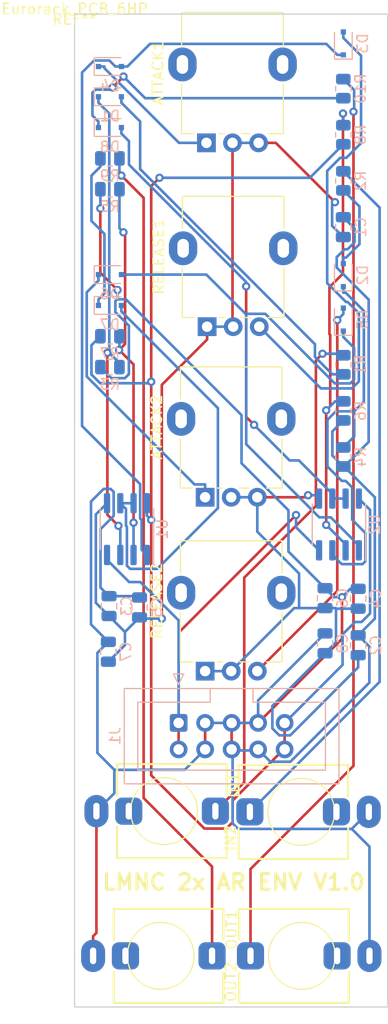
<source format=kicad_pcb>
(kicad_pcb (version 20171130) (host pcbnew "(5.1.10-1-10_14)")

  (general
    (thickness 1.6)
    (drawings 1)
    (tracks 375)
    (zones 0)
    (modules 38)
    (nets 26)
  )

  (page A4)
  (layers
    (0 F.Cu signal)
    (31 B.Cu signal)
    (32 B.Adhes user)
    (33 F.Adhes user)
    (34 B.Paste user)
    (35 F.Paste user)
    (36 B.SilkS user)
    (37 F.SilkS user)
    (38 B.Mask user)
    (39 F.Mask user)
    (40 Dwgs.User user)
    (41 Cmts.User user)
    (42 Eco1.User user)
    (43 Eco2.User user)
    (44 Edge.Cuts user)
    (45 Margin user)
    (46 B.CrtYd user)
    (47 F.CrtYd user)
    (48 B.Fab user)
    (49 F.Fab user)
  )

  (setup
    (last_trace_width 0.25)
    (trace_clearance 0.2)
    (zone_clearance 0.508)
    (zone_45_only no)
    (trace_min 0.2)
    (via_size 0.8)
    (via_drill 0.4)
    (via_min_size 0.4)
    (via_min_drill 0.3)
    (uvia_size 0.3)
    (uvia_drill 0.1)
    (uvias_allowed no)
    (uvia_min_size 0.2)
    (uvia_min_drill 0.1)
    (edge_width 0.05)
    (segment_width 0.2)
    (pcb_text_width 0.3)
    (pcb_text_size 1.5 1.5)
    (mod_edge_width 0.12)
    (mod_text_size 1 1)
    (mod_text_width 0.15)
    (pad_size 1.524 1.524)
    (pad_drill 0.762)
    (pad_to_mask_clearance 0)
    (aux_axis_origin 0 0)
    (visible_elements FFFFFF7F)
    (pcbplotparams
      (layerselection 0x010fc_ffffffff)
      (usegerberextensions false)
      (usegerberattributes true)
      (usegerberadvancedattributes true)
      (creategerberjobfile true)
      (excludeedgelayer true)
      (linewidth 0.100000)
      (plotframeref false)
      (viasonmask false)
      (mode 1)
      (useauxorigin false)
      (hpglpennumber 1)
      (hpglpenspeed 20)
      (hpglpendiameter 15.000000)
      (psnegative false)
      (psa4output false)
      (plotreference true)
      (plotvalue true)
      (plotinvisibletext false)
      (padsonsilk false)
      (subtractmaskfromsilk false)
      (outputformat 1)
      (mirror false)
      (drillshape 1)
      (scaleselection 1)
      (outputdirectory ""))
  )

  (net 0 "")
  (net 1 GND)
  (net 2 "Net-(D1-Pad2)")
  (net 3 "Net-(D1-Pad1)")
  (net 4 "Net-(D2-Pad2)")
  (net 5 "Net-(D2-Pad1)")
  (net 6 "Net-(D3-Pad2)")
  (net 7 "Net-(D3-Pad1)")
  (net 8 "Net-(D5-Pad2)")
  (net 9 "Net-(D5-Pad1)")
  (net 10 "Net-(D7-Pad2)")
  (net 11 "Net-(D7-Pad1)")
  (net 12 "Net-(D8-Pad2)")
  (net 13 "Net-(D8-Pad1)")
  (net 14 "Net-(IN1-PadT)")
  (net 15 "Net-(IN2-PadT)")
  (net 16 +12V)
  (net 17 -12V)
  (net 18 "Net-(OUT1-PadT)")
  (net 19 "Net-(OUT2-PadT)")
  (net 20 "Net-(R5-Pad2)")
  (net 21 "Net-(R6-Pad2)")
  (net 22 "Net-(ATTACK1-Pad2)")
  (net 23 "Net-(ATTACK1-Pad1)")
  (net 24 "Net-(ATTACK2-Pad2)")
  (net 25 "Net-(ATTACK2-Pad1)")

  (net_class Default "This is the default net class."
    (clearance 0.2)
    (trace_width 0.25)
    (via_dia 0.8)
    (via_drill 0.4)
    (uvia_dia 0.3)
    (uvia_drill 0.1)
    (add_net +12V)
    (add_net -12V)
    (add_net GND)
    (add_net "Net-(ATTACK1-Pad1)")
    (add_net "Net-(ATTACK1-Pad2)")
    (add_net "Net-(ATTACK2-Pad1)")
    (add_net "Net-(ATTACK2-Pad2)")
    (add_net "Net-(D1-Pad1)")
    (add_net "Net-(D1-Pad2)")
    (add_net "Net-(D2-Pad1)")
    (add_net "Net-(D2-Pad2)")
    (add_net "Net-(D3-Pad1)")
    (add_net "Net-(D3-Pad2)")
    (add_net "Net-(D5-Pad1)")
    (add_net "Net-(D5-Pad2)")
    (add_net "Net-(D7-Pad1)")
    (add_net "Net-(D7-Pad2)")
    (add_net "Net-(D8-Pad1)")
    (add_net "Net-(D8-Pad2)")
    (add_net "Net-(IN1-PadT)")
    (add_net "Net-(IN2-PadT)")
    (add_net "Net-(OUT1-PadT)")
    (add_net "Net-(OUT2-PadT)")
    (add_net "Net-(R5-Pad2)")
    (add_net "Net-(R6-Pad2)")
  )

  (module Capacitor_SMD:C_0805_2012Metric (layer B.Cu) (tedit 5F68FEEE) (tstamp 61A31BBF)
    (at 138.811 108.842 90)
    (descr "Capacitor SMD 0805 (2012 Metric), square (rectangular) end terminal, IPC_7351 nominal, (Body size source: IPC-SM-782 page 76, https://www.pcb-3d.com/wordpress/wp-content/uploads/ipc-sm-782a_amendment_1_and_2.pdf, https://docs.google.com/spreadsheets/d/1BsfQQcO9C6DZCsRaXUlFlo91Tg2WpOkGARC1WS5S8t0/edit?usp=sharing), generated with kicad-footprint-generator")
    (tags capacitor)
    (path /61A88BBD)
    (attr smd)
    (fp_text reference C8 (at 0 1.68 90) (layer B.SilkS)
      (effects (font (size 1 1) (thickness 0.15)) (justify mirror))
    )
    (fp_text value 10uF (at 0 -1.68 90) (layer B.Fab)
      (effects (font (size 1 1) (thickness 0.15)) (justify mirror))
    )
    (fp_text user %R (at 0 0 90) (layer B.Fab)
      (effects (font (size 0.5 0.5) (thickness 0.08)) (justify mirror))
    )
    (fp_line (start -1 -0.625) (end -1 0.625) (layer B.Fab) (width 0.1))
    (fp_line (start -1 0.625) (end 1 0.625) (layer B.Fab) (width 0.1))
    (fp_line (start 1 0.625) (end 1 -0.625) (layer B.Fab) (width 0.1))
    (fp_line (start 1 -0.625) (end -1 -0.625) (layer B.Fab) (width 0.1))
    (fp_line (start -0.261252 0.735) (end 0.261252 0.735) (layer B.SilkS) (width 0.12))
    (fp_line (start -0.261252 -0.735) (end 0.261252 -0.735) (layer B.SilkS) (width 0.12))
    (fp_line (start -1.7 -0.98) (end -1.7 0.98) (layer B.CrtYd) (width 0.05))
    (fp_line (start -1.7 0.98) (end 1.7 0.98) (layer B.CrtYd) (width 0.05))
    (fp_line (start 1.7 0.98) (end 1.7 -0.98) (layer B.CrtYd) (width 0.05))
    (fp_line (start 1.7 -0.98) (end -1.7 -0.98) (layer B.CrtYd) (width 0.05))
    (pad 2 smd roundrect (at 0.95 0 90) (size 1 1.45) (layers B.Cu B.Paste B.Mask) (roundrect_rratio 0.25)
      (net 1 GND))
    (pad 1 smd roundrect (at -0.95 0 90) (size 1 1.45) (layers B.Cu B.Paste B.Mask) (roundrect_rratio 0.25)
      (net 24 "Net-(ATTACK2-Pad2)"))
    (model ${KISYS3DMOD}/Capacitor_SMD.3dshapes/C_0805_2012Metric.wrl
      (at (xyz 0 0 0))
      (scale (xyz 1 1 1))
      (rotate (xyz 0 0 0))
    )
  )

  (module Capacitor_SMD:C_0805_2012Metric (layer B.Cu) (tedit 5F68FEEE) (tstamp 61A31BAE)
    (at 118.046 109.654 90)
    (descr "Capacitor SMD 0805 (2012 Metric), square (rectangular) end terminal, IPC_7351 nominal, (Body size source: IPC-SM-782 page 76, https://www.pcb-3d.com/wordpress/wp-content/uploads/ipc-sm-782a_amendment_1_and_2.pdf, https://docs.google.com/spreadsheets/d/1BsfQQcO9C6DZCsRaXUlFlo91Tg2WpOkGARC1WS5S8t0/edit?usp=sharing), generated with kicad-footprint-generator")
    (tags capacitor)
    (path /61A80D44)
    (attr smd)
    (fp_text reference C7 (at 0 1.68 90) (layer B.SilkS)
      (effects (font (size 1 1) (thickness 0.15)) (justify mirror))
    )
    (fp_text value 10uF (at 0 -1.68 90) (layer B.Fab)
      (effects (font (size 1 1) (thickness 0.15)) (justify mirror))
    )
    (fp_text user %R (at 0 0 90) (layer B.Fab)
      (effects (font (size 0.5 0.5) (thickness 0.08)) (justify mirror))
    )
    (fp_line (start -1 -0.625) (end -1 0.625) (layer B.Fab) (width 0.1))
    (fp_line (start -1 0.625) (end 1 0.625) (layer B.Fab) (width 0.1))
    (fp_line (start 1 0.625) (end 1 -0.625) (layer B.Fab) (width 0.1))
    (fp_line (start 1 -0.625) (end -1 -0.625) (layer B.Fab) (width 0.1))
    (fp_line (start -0.261252 0.735) (end 0.261252 0.735) (layer B.SilkS) (width 0.12))
    (fp_line (start -0.261252 -0.735) (end 0.261252 -0.735) (layer B.SilkS) (width 0.12))
    (fp_line (start -1.7 -0.98) (end -1.7 0.98) (layer B.CrtYd) (width 0.05))
    (fp_line (start -1.7 0.98) (end 1.7 0.98) (layer B.CrtYd) (width 0.05))
    (fp_line (start 1.7 0.98) (end 1.7 -0.98) (layer B.CrtYd) (width 0.05))
    (fp_line (start 1.7 -0.98) (end -1.7 -0.98) (layer B.CrtYd) (width 0.05))
    (pad 2 smd roundrect (at 0.95 0 90) (size 1 1.45) (layers B.Cu B.Paste B.Mask) (roundrect_rratio 0.25)
      (net 1 GND))
    (pad 1 smd roundrect (at -0.95 0 90) (size 1 1.45) (layers B.Cu B.Paste B.Mask) (roundrect_rratio 0.25)
      (net 22 "Net-(ATTACK1-Pad2)"))
    (model ${KISYS3DMOD}/Capacitor_SMD.3dshapes/C_0805_2012Metric.wrl
      (at (xyz 0 0 0))
      (scale (xyz 1 1 1))
      (rotate (xyz 0 0 0))
    )
  )

  (module Capacitor_SMD:C_0805_2012Metric (layer B.Cu) (tedit 5F68FEEE) (tstamp 61A31B9D)
    (at 138.811 104.524 90)
    (descr "Capacitor SMD 0805 (2012 Metric), square (rectangular) end terminal, IPC_7351 nominal, (Body size source: IPC-SM-782 page 76, https://www.pcb-3d.com/wordpress/wp-content/uploads/ipc-sm-782a_amendment_1_and_2.pdf, https://docs.google.com/spreadsheets/d/1BsfQQcO9C6DZCsRaXUlFlo91Tg2WpOkGARC1WS5S8t0/edit?usp=sharing), generated with kicad-footprint-generator")
    (tags capacitor)
    (path /61A88BB1)
    (attr smd)
    (fp_text reference C6 (at 0 1.68 90) (layer B.SilkS)
      (effects (font (size 1 1) (thickness 0.15)) (justify mirror))
    )
    (fp_text value 10uF (at 0 -1.68 90) (layer B.Fab)
      (effects (font (size 1 1) (thickness 0.15)) (justify mirror))
    )
    (fp_text user %R (at 0 0 90) (layer B.Fab)
      (effects (font (size 0.5 0.5) (thickness 0.08)) (justify mirror))
    )
    (fp_line (start -1 -0.625) (end -1 0.625) (layer B.Fab) (width 0.1))
    (fp_line (start -1 0.625) (end 1 0.625) (layer B.Fab) (width 0.1))
    (fp_line (start 1 0.625) (end 1 -0.625) (layer B.Fab) (width 0.1))
    (fp_line (start 1 -0.625) (end -1 -0.625) (layer B.Fab) (width 0.1))
    (fp_line (start -0.261252 0.735) (end 0.261252 0.735) (layer B.SilkS) (width 0.12))
    (fp_line (start -0.261252 -0.735) (end 0.261252 -0.735) (layer B.SilkS) (width 0.12))
    (fp_line (start -1.7 -0.98) (end -1.7 0.98) (layer B.CrtYd) (width 0.05))
    (fp_line (start -1.7 0.98) (end 1.7 0.98) (layer B.CrtYd) (width 0.05))
    (fp_line (start 1.7 0.98) (end 1.7 -0.98) (layer B.CrtYd) (width 0.05))
    (fp_line (start 1.7 -0.98) (end -1.7 -0.98) (layer B.CrtYd) (width 0.05))
    (pad 2 smd roundrect (at 0.95 0 90) (size 1 1.45) (layers B.Cu B.Paste B.Mask) (roundrect_rratio 0.25)
      (net 1 GND))
    (pad 1 smd roundrect (at -0.95 0 90) (size 1 1.45) (layers B.Cu B.Paste B.Mask) (roundrect_rratio 0.25)
      (net 24 "Net-(ATTACK2-Pad2)"))
    (model ${KISYS3DMOD}/Capacitor_SMD.3dshapes/C_0805_2012Metric.wrl
      (at (xyz 0 0 0))
      (scale (xyz 1 1 1))
      (rotate (xyz 0 0 0))
    )
  )

  (module Capacitor_SMD:C_0805_2012Metric (layer B.Cu) (tedit 5F68FEEE) (tstamp 61A31B8C)
    (at 121.031 105.41 90)
    (descr "Capacitor SMD 0805 (2012 Metric), square (rectangular) end terminal, IPC_7351 nominal, (Body size source: IPC-SM-782 page 76, https://www.pcb-3d.com/wordpress/wp-content/uploads/ipc-sm-782a_amendment_1_and_2.pdf, https://docs.google.com/spreadsheets/d/1BsfQQcO9C6DZCsRaXUlFlo91Tg2WpOkGARC1WS5S8t0/edit?usp=sharing), generated with kicad-footprint-generator")
    (tags capacitor)
    (path /61A7F505)
    (attr smd)
    (fp_text reference C5 (at 0 1.68 90) (layer B.SilkS)
      (effects (font (size 1 1) (thickness 0.15)) (justify mirror))
    )
    (fp_text value 10uF (at 0 -1.68 90) (layer B.Fab)
      (effects (font (size 1 1) (thickness 0.15)) (justify mirror))
    )
    (fp_text user %R (at 0 0 90) (layer B.Fab)
      (effects (font (size 0.5 0.5) (thickness 0.08)) (justify mirror))
    )
    (fp_line (start -1 -0.625) (end -1 0.625) (layer B.Fab) (width 0.1))
    (fp_line (start -1 0.625) (end 1 0.625) (layer B.Fab) (width 0.1))
    (fp_line (start 1 0.625) (end 1 -0.625) (layer B.Fab) (width 0.1))
    (fp_line (start 1 -0.625) (end -1 -0.625) (layer B.Fab) (width 0.1))
    (fp_line (start -0.261252 0.735) (end 0.261252 0.735) (layer B.SilkS) (width 0.12))
    (fp_line (start -0.261252 -0.735) (end 0.261252 -0.735) (layer B.SilkS) (width 0.12))
    (fp_line (start -1.7 -0.98) (end -1.7 0.98) (layer B.CrtYd) (width 0.05))
    (fp_line (start -1.7 0.98) (end 1.7 0.98) (layer B.CrtYd) (width 0.05))
    (fp_line (start 1.7 0.98) (end 1.7 -0.98) (layer B.CrtYd) (width 0.05))
    (fp_line (start 1.7 -0.98) (end -1.7 -0.98) (layer B.CrtYd) (width 0.05))
    (pad 2 smd roundrect (at 0.95 0 90) (size 1 1.45) (layers B.Cu B.Paste B.Mask) (roundrect_rratio 0.25)
      (net 1 GND))
    (pad 1 smd roundrect (at -0.95 0 90) (size 1 1.45) (layers B.Cu B.Paste B.Mask) (roundrect_rratio 0.25)
      (net 22 "Net-(ATTACK1-Pad2)"))
    (model ${KISYS3DMOD}/Capacitor_SMD.3dshapes/C_0805_2012Metric.wrl
      (at (xyz 0 0 0))
      (scale (xyz 1 1 1))
      (rotate (xyz 0 0 0))
    )
  )

  (module Capacitor_SMD:C_0805_2012Metric (layer B.Cu) (tedit 5F68FEEE) (tstamp 61A31B7B)
    (at 141.986 104.58 90)
    (descr "Capacitor SMD 0805 (2012 Metric), square (rectangular) end terminal, IPC_7351 nominal, (Body size source: IPC-SM-782 page 76, https://www.pcb-3d.com/wordpress/wp-content/uploads/ipc-sm-782a_amendment_1_and_2.pdf, https://docs.google.com/spreadsheets/d/1BsfQQcO9C6DZCsRaXUlFlo91Tg2WpOkGARC1WS5S8t0/edit?usp=sharing), generated with kicad-footprint-generator")
    (tags capacitor)
    (path /61A88BA5)
    (attr smd)
    (fp_text reference C4 (at 0 1.68 90) (layer B.SilkS)
      (effects (font (size 1 1) (thickness 0.15)) (justify mirror))
    )
    (fp_text value 10uF (at 0 -1.68 90) (layer B.Fab)
      (effects (font (size 1 1) (thickness 0.15)) (justify mirror))
    )
    (fp_text user %R (at 0 0 90) (layer B.Fab)
      (effects (font (size 0.5 0.5) (thickness 0.08)) (justify mirror))
    )
    (fp_line (start -1 -0.625) (end -1 0.625) (layer B.Fab) (width 0.1))
    (fp_line (start -1 0.625) (end 1 0.625) (layer B.Fab) (width 0.1))
    (fp_line (start 1 0.625) (end 1 -0.625) (layer B.Fab) (width 0.1))
    (fp_line (start 1 -0.625) (end -1 -0.625) (layer B.Fab) (width 0.1))
    (fp_line (start -0.261252 0.735) (end 0.261252 0.735) (layer B.SilkS) (width 0.12))
    (fp_line (start -0.261252 -0.735) (end 0.261252 -0.735) (layer B.SilkS) (width 0.12))
    (fp_line (start -1.7 -0.98) (end -1.7 0.98) (layer B.CrtYd) (width 0.05))
    (fp_line (start -1.7 0.98) (end 1.7 0.98) (layer B.CrtYd) (width 0.05))
    (fp_line (start 1.7 0.98) (end 1.7 -0.98) (layer B.CrtYd) (width 0.05))
    (fp_line (start 1.7 -0.98) (end -1.7 -0.98) (layer B.CrtYd) (width 0.05))
    (pad 2 smd roundrect (at 0.95 0 90) (size 1 1.45) (layers B.Cu B.Paste B.Mask) (roundrect_rratio 0.25)
      (net 1 GND))
    (pad 1 smd roundrect (at -0.95 0 90) (size 1 1.45) (layers B.Cu B.Paste B.Mask) (roundrect_rratio 0.25)
      (net 24 "Net-(ATTACK2-Pad2)"))
    (model ${KISYS3DMOD}/Capacitor_SMD.3dshapes/C_0805_2012Metric.wrl
      (at (xyz 0 0 0))
      (scale (xyz 1 1 1))
      (rotate (xyz 0 0 0))
    )
  )

  (module Capacitor_SMD:C_0805_2012Metric (layer B.Cu) (tedit 5F68FEEE) (tstamp 61A31B6A)
    (at 118.11 105.283 90)
    (descr "Capacitor SMD 0805 (2012 Metric), square (rectangular) end terminal, IPC_7351 nominal, (Body size source: IPC-SM-782 page 76, https://www.pcb-3d.com/wordpress/wp-content/uploads/ipc-sm-782a_amendment_1_and_2.pdf, https://docs.google.com/spreadsheets/d/1BsfQQcO9C6DZCsRaXUlFlo91Tg2WpOkGARC1WS5S8t0/edit?usp=sharing), generated with kicad-footprint-generator")
    (tags capacitor)
    (path /61A7BDD4)
    (attr smd)
    (fp_text reference C3 (at 0 1.68 90) (layer B.SilkS)
      (effects (font (size 1 1) (thickness 0.15)) (justify mirror))
    )
    (fp_text value 10uF (at 0 -1.68 90) (layer B.Fab)
      (effects (font (size 1 1) (thickness 0.15)) (justify mirror))
    )
    (fp_text user %R (at 1.524 -1.1175 90) (layer B.Fab)
      (effects (font (size 0.5 0.5) (thickness 0.08)) (justify mirror))
    )
    (fp_line (start -1 -0.625) (end -1 0.625) (layer B.Fab) (width 0.1))
    (fp_line (start -1 0.625) (end 1 0.625) (layer B.Fab) (width 0.1))
    (fp_line (start 1 0.625) (end 1 -0.625) (layer B.Fab) (width 0.1))
    (fp_line (start 1 -0.625) (end -1 -0.625) (layer B.Fab) (width 0.1))
    (fp_line (start -0.261252 0.735) (end 0.261252 0.735) (layer B.SilkS) (width 0.12))
    (fp_line (start -0.261252 -0.735) (end 0.261252 -0.735) (layer B.SilkS) (width 0.12))
    (fp_line (start -1.7 -0.98) (end -1.7 0.98) (layer B.CrtYd) (width 0.05))
    (fp_line (start -1.7 0.98) (end 1.7 0.98) (layer B.CrtYd) (width 0.05))
    (fp_line (start 1.7 0.98) (end 1.7 -0.98) (layer B.CrtYd) (width 0.05))
    (fp_line (start 1.7 -0.98) (end -1.7 -0.98) (layer B.CrtYd) (width 0.05))
    (pad 2 smd roundrect (at 0.95 0 90) (size 1 1.45) (layers B.Cu B.Paste B.Mask) (roundrect_rratio 0.25)
      (net 1 GND))
    (pad 1 smd roundrect (at -0.95 0 90) (size 1 1.45) (layers B.Cu B.Paste B.Mask) (roundrect_rratio 0.25)
      (net 22 "Net-(ATTACK1-Pad2)"))
    (model ${KISYS3DMOD}/Capacitor_SMD.3dshapes/C_0805_2012Metric.wrl
      (at (xyz 0 0 0))
      (scale (xyz 1 1 1))
      (rotate (xyz 0 0 0))
    )
  )

  (module Capacitor_SMD:C_0805_2012Metric (layer B.Cu) (tedit 5F68FEEE) (tstamp 61A31B59)
    (at 141.986 109.03 90)
    (descr "Capacitor SMD 0805 (2012 Metric), square (rectangular) end terminal, IPC_7351 nominal, (Body size source: IPC-SM-782 page 76, https://www.pcb-3d.com/wordpress/wp-content/uploads/ipc-sm-782a_amendment_1_and_2.pdf, https://docs.google.com/spreadsheets/d/1BsfQQcO9C6DZCsRaXUlFlo91Tg2WpOkGARC1WS5S8t0/edit?usp=sharing), generated with kicad-footprint-generator")
    (tags capacitor)
    (path /61A88B99)
    (attr smd)
    (fp_text reference C2 (at 0 1.68 90) (layer B.SilkS)
      (effects (font (size 1 1) (thickness 0.15)) (justify mirror))
    )
    (fp_text value 10uF (at 0 -1.68 90) (layer B.Fab)
      (effects (font (size 1 1) (thickness 0.15)) (justify mirror))
    )
    (fp_text user %R (at 0 0 90) (layer B.Fab)
      (effects (font (size 0.5 0.5) (thickness 0.08)) (justify mirror))
    )
    (fp_line (start -1 -0.625) (end -1 0.625) (layer B.Fab) (width 0.1))
    (fp_line (start -1 0.625) (end 1 0.625) (layer B.Fab) (width 0.1))
    (fp_line (start 1 0.625) (end 1 -0.625) (layer B.Fab) (width 0.1))
    (fp_line (start 1 -0.625) (end -1 -0.625) (layer B.Fab) (width 0.1))
    (fp_line (start -0.261252 0.735) (end 0.261252 0.735) (layer B.SilkS) (width 0.12))
    (fp_line (start -0.261252 -0.735) (end 0.261252 -0.735) (layer B.SilkS) (width 0.12))
    (fp_line (start -1.7 -0.98) (end -1.7 0.98) (layer B.CrtYd) (width 0.05))
    (fp_line (start -1.7 0.98) (end 1.7 0.98) (layer B.CrtYd) (width 0.05))
    (fp_line (start 1.7 0.98) (end 1.7 -0.98) (layer B.CrtYd) (width 0.05))
    (fp_line (start 1.7 -0.98) (end -1.7 -0.98) (layer B.CrtYd) (width 0.05))
    (pad 2 smd roundrect (at 0.95 0 90) (size 1 1.45) (layers B.Cu B.Paste B.Mask) (roundrect_rratio 0.25)
      (net 1 GND))
    (pad 1 smd roundrect (at -0.95 0 90) (size 1 1.45) (layers B.Cu B.Paste B.Mask) (roundrect_rratio 0.25)
      (net 24 "Net-(ATTACK2-Pad2)"))
    (model ${KISYS3DMOD}/Capacitor_SMD.3dshapes/C_0805_2012Metric.wrl
      (at (xyz 0 0 0))
      (scale (xyz 1 1 1))
      (rotate (xyz 0 0 0))
    )
  )

  (module Module:Eurorack_PCB_6HP_small (layer F.Cu) (tedit 6117BFB2) (tstamp 6165259F)
    (at 114.808 48.641)
    (fp_text reference REF** (at 0 0.5) (layer F.SilkS)
      (effects (font (size 1 1) (thickness 0.15)))
    )
    (fp_text value Eurorack_PCB_6HP (at 0 -0.5) (layer F.SilkS)
      (effects (font (size 1 1) (thickness 0.15)))
    )
    (fp_line (start 30 0) (end 30 95) (layer Edge.Cuts) (width 0.12))
    (fp_line (start 0 95) (end 30 95) (layer Edge.Cuts) (width 0.12))
    (fp_line (start 0 0) (end 0 95) (layer Edge.Cuts) (width 0.12))
    (fp_line (start 0 0) (end 30 0) (layer Edge.Cuts) (width 0.12))
  )

  (module Package_SO:SOIC-8_3.9x4.9mm_P1.27mm (layer B.Cu) (tedit 5D9F72B1) (tstamp 6164E6E4)
    (at 140.144 97.4725 90)
    (descr "SOIC, 8 Pin (JEDEC MS-012AA, https://www.analog.com/media/en/package-pcb-resources/package/pkg_pdf/soic_narrow-r/r_8.pdf), generated with kicad-footprint-generator ipc_gullwing_generator.py")
    (tags "SOIC SO")
    (path /61686500)
    (attr smd)
    (fp_text reference U2 (at 0 3.4 90) (layer B.SilkS)
      (effects (font (size 1 1) (thickness 0.15)) (justify mirror))
    )
    (fp_text value TL072 (at 0 -3.4 90) (layer B.Fab)
      (effects (font (size 1 1) (thickness 0.15)) (justify mirror))
    )
    (fp_line (start 0 -2.56) (end 1.95 -2.56) (layer B.SilkS) (width 0.12))
    (fp_line (start 0 -2.56) (end -1.95 -2.56) (layer B.SilkS) (width 0.12))
    (fp_line (start 0 2.56) (end 1.95 2.56) (layer B.SilkS) (width 0.12))
    (fp_line (start 0 2.56) (end -3.45 2.56) (layer B.SilkS) (width 0.12))
    (fp_line (start -0.975 2.45) (end 1.95 2.45) (layer B.Fab) (width 0.1))
    (fp_line (start 1.95 2.45) (end 1.95 -2.45) (layer B.Fab) (width 0.1))
    (fp_line (start 1.95 -2.45) (end -1.95 -2.45) (layer B.Fab) (width 0.1))
    (fp_line (start -1.95 -2.45) (end -1.95 1.475) (layer B.Fab) (width 0.1))
    (fp_line (start -1.95 1.475) (end -0.975 2.45) (layer B.Fab) (width 0.1))
    (fp_line (start -3.7 2.7) (end -3.7 -2.7) (layer B.CrtYd) (width 0.05))
    (fp_line (start -3.7 -2.7) (end 3.7 -2.7) (layer B.CrtYd) (width 0.05))
    (fp_line (start 3.7 -2.7) (end 3.7 2.7) (layer B.CrtYd) (width 0.05))
    (fp_line (start 3.7 2.7) (end -3.7 2.7) (layer B.CrtYd) (width 0.05))
    (fp_text user %R (at 0 0 90) (layer B.Fab)
      (effects (font (size 0.98 0.98) (thickness 0.15)) (justify mirror))
    )
    (pad 8 smd roundrect (at 2.475 1.905 90) (size 1.95 0.6) (layers B.Cu B.Paste B.Mask) (roundrect_rratio 0.25)
      (net 16 +12V))
    (pad 7 smd roundrect (at 2.475 0.635 90) (size 1.95 0.6) (layers B.Cu B.Paste B.Mask) (roundrect_rratio 0.25)
      (net 12 "Net-(D8-Pad2)"))
    (pad 6 smd roundrect (at 2.475 -0.635 90) (size 1.95 0.6) (layers B.Cu B.Paste B.Mask) (roundrect_rratio 0.25)
      (net 12 "Net-(D8-Pad2)"))
    (pad 5 smd roundrect (at 2.475 -1.905 90) (size 1.95 0.6) (layers B.Cu B.Paste B.Mask) (roundrect_rratio 0.25)
      (net 24 "Net-(ATTACK2-Pad2)"))
    (pad 4 smd roundrect (at -2.475 -1.905 90) (size 1.95 0.6) (layers B.Cu B.Paste B.Mask) (roundrect_rratio 0.25)
      (net 17 -12V))
    (pad 3 smd roundrect (at -2.475 -0.635 90) (size 1.95 0.6) (layers B.Cu B.Paste B.Mask) (roundrect_rratio 0.25)
      (net 5 "Net-(D2-Pad1)"))
    (pad 2 smd roundrect (at -2.475 0.635 90) (size 1.95 0.6) (layers B.Cu B.Paste B.Mask) (roundrect_rratio 0.25)
      (net 21 "Net-(R6-Pad2)"))
    (pad 1 smd roundrect (at -2.475 1.905 90) (size 1.95 0.6) (layers B.Cu B.Paste B.Mask) (roundrect_rratio 0.25)
      (net 9 "Net-(D5-Pad1)"))
    (model ${KISYS3DMOD}/Package_SO.3dshapes/SOIC-8_3.9x4.9mm_P1.27mm.wrl
      (at (xyz 0 0 0))
      (scale (xyz 1 1 1))
      (rotate (xyz 0 0 0))
    )
  )

  (module Package_SO:SOIC-8_3.9x4.9mm_P1.27mm (layer B.Cu) (tedit 5D9F72B1) (tstamp 6164E6CA)
    (at 119.824 97.917 90)
    (descr "SOIC, 8 Pin (JEDEC MS-012AA, https://www.analog.com/media/en/package-pcb-resources/package/pkg_pdf/soic_narrow-r/r_8.pdf), generated with kicad-footprint-generator ipc_gullwing_generator.py")
    (tags "SOIC SO")
    (path /616629AD)
    (attr smd)
    (fp_text reference U1 (at 0 3.4 90) (layer B.SilkS)
      (effects (font (size 1 1) (thickness 0.15)) (justify mirror))
    )
    (fp_text value TL072 (at 0 -3.4 90) (layer B.Fab)
      (effects (font (size 1 1) (thickness 0.15)) (justify mirror))
    )
    (fp_line (start 0 -2.56) (end 1.95 -2.56) (layer B.SilkS) (width 0.12))
    (fp_line (start 0 -2.56) (end -1.95 -2.56) (layer B.SilkS) (width 0.12))
    (fp_line (start 0 2.56) (end 1.95 2.56) (layer B.SilkS) (width 0.12))
    (fp_line (start 0 2.56) (end -3.45 2.56) (layer B.SilkS) (width 0.12))
    (fp_line (start -0.975 2.45) (end 1.95 2.45) (layer B.Fab) (width 0.1))
    (fp_line (start 1.95 2.45) (end 1.95 -2.45) (layer B.Fab) (width 0.1))
    (fp_line (start 1.95 -2.45) (end -1.95 -2.45) (layer B.Fab) (width 0.1))
    (fp_line (start -1.95 -2.45) (end -1.95 1.475) (layer B.Fab) (width 0.1))
    (fp_line (start -1.95 1.475) (end -0.975 2.45) (layer B.Fab) (width 0.1))
    (fp_line (start -3.7 2.7) (end -3.7 -2.7) (layer B.CrtYd) (width 0.05))
    (fp_line (start -3.7 -2.7) (end 3.7 -2.7) (layer B.CrtYd) (width 0.05))
    (fp_line (start 3.7 -2.7) (end 3.7 2.7) (layer B.CrtYd) (width 0.05))
    (fp_line (start 3.7 2.7) (end -3.7 2.7) (layer B.CrtYd) (width 0.05))
    (fp_text user %R (at 0 0 90) (layer B.Fab)
      (effects (font (size 0.98 0.98) (thickness 0.15)) (justify mirror))
    )
    (pad 8 smd roundrect (at 2.475 1.905 90) (size 1.95 0.6) (layers B.Cu B.Paste B.Mask) (roundrect_rratio 0.25)
      (net 16 +12V))
    (pad 7 smd roundrect (at 2.475 0.635 90) (size 1.95 0.6) (layers B.Cu B.Paste B.Mask) (roundrect_rratio 0.25)
      (net 10 "Net-(D7-Pad2)"))
    (pad 6 smd roundrect (at 2.475 -0.635 90) (size 1.95 0.6) (layers B.Cu B.Paste B.Mask) (roundrect_rratio 0.25)
      (net 10 "Net-(D7-Pad2)"))
    (pad 5 smd roundrect (at 2.475 -1.905 90) (size 1.95 0.6) (layers B.Cu B.Paste B.Mask) (roundrect_rratio 0.25)
      (net 22 "Net-(ATTACK1-Pad2)"))
    (pad 4 smd roundrect (at -2.475 -1.905 90) (size 1.95 0.6) (layers B.Cu B.Paste B.Mask) (roundrect_rratio 0.25)
      (net 17 -12V))
    (pad 3 smd roundrect (at -2.475 -0.635 90) (size 1.95 0.6) (layers B.Cu B.Paste B.Mask) (roundrect_rratio 0.25)
      (net 3 "Net-(D1-Pad1)"))
    (pad 2 smd roundrect (at -2.475 0.635 90) (size 1.95 0.6) (layers B.Cu B.Paste B.Mask) (roundrect_rratio 0.25)
      (net 20 "Net-(R5-Pad2)"))
    (pad 1 smd roundrect (at -2.475 1.905 90) (size 1.95 0.6) (layers B.Cu B.Paste B.Mask) (roundrect_rratio 0.25)
      (net 7 "Net-(D3-Pad1)"))
    (model ${KISYS3DMOD}/Package_SO.3dshapes/SOIC-8_3.9x4.9mm_P1.27mm.wrl
      (at (xyz 0 0 0))
      (scale (xyz 1 1 1))
      (rotate (xyz 0 0 0))
    )
  )

  (module Potentiometer_THT:Potentiometer_Default_Vertical (layer F.Cu) (tedit 6115285E) (tstamp 6164E6B0)
    (at 127.318 94.869 90)
    (descr "Potentiometer, vertical, 9mm, single, http://www.taiwanalpha.com.tw/downloads?target=products&id=113")
    (tags "potentiometer vertical 9mm single")
    (path /61695DEE)
    (fp_text reference ATTACK2 (at 6.71 -4.64 270) (layer F.SilkS)
      (effects (font (size 1 1) (thickness 0.15)))
    )
    (fp_text value 100k (at 0 9.86 270) (layer F.Fab)
      (effects (font (size 1 1) (thickness 0.15)))
    )
    (fp_line (start -1.15 8.91) (end 12.6 8.91) (layer F.CrtYd) (width 0.05))
    (fp_line (start -1.15 -3.91) (end -1.15 8.91) (layer F.CrtYd) (width 0.05))
    (fp_line (start 12.6 -3.91) (end -1.15 -3.91) (layer F.CrtYd) (width 0.05))
    (fp_line (start 12.6 8.91) (end 12.6 -3.91) (layer F.CrtYd) (width 0.05))
    (fp_line (start 12.47 7.37) (end 12.47 -2.37) (layer F.SilkS) (width 0.12))
    (fp_line (start 0.88 7.37) (end 0.88 5.88) (layer F.SilkS) (width 0.12))
    (fp_line (start 9.41 7.37) (end 12.47 7.37) (layer F.SilkS) (width 0.12))
    (fp_line (start 0.88 -2.38) (end 5.6 -2.38) (layer F.SilkS) (width 0.12))
    (fp_circle (center 7.5 2.5) (end 7.5 -1) (layer F.Fab) (width 0.1))
    (fp_line (start 1 7.25) (end 1 -2.25) (layer F.Fab) (width 0.1))
    (fp_line (start 12.35 7.25) (end 12.35 -2.25) (layer F.Fab) (width 0.1))
    (fp_line (start 1 -2.25) (end 12.35 -2.25) (layer F.Fab) (width 0.1))
    (fp_line (start 1 7.25) (end 12.35 7.25) (layer F.Fab) (width 0.1))
    (fp_line (start 9.41 -2.37) (end 12.47 -2.37) (layer F.SilkS) (width 0.12))
    (fp_line (start 0.88 7.37) (end 5.6 7.37) (layer F.SilkS) (width 0.12))
    (fp_line (start 0.88 -1.19) (end 0.88 -2.37) (layer F.SilkS) (width 0.12))
    (fp_line (start 0.88 1.71) (end 0.88 1.18) (layer F.SilkS) (width 0.12))
    (fp_line (start 0.88 4.16) (end 0.88 3.33) (layer F.SilkS) (width 0.12))
    (fp_circle (center 7.5 2.5) (end 11.2 2.5) (layer B.Fab) (width 0.1))
    (fp_text user %R (at 7.62 2.54 90) (layer F.Fab)
      (effects (font (size 1 1) (thickness 0.15)))
    )
    (pad "" thru_hole oval (at 7.5 -2.3 180) (size 2.72 3.24) (drill oval 1.1 1.8) (layers *.Cu *.Mask))
    (pad "" thru_hole oval (at 7.5 7.3 180) (size 2.72 3.24) (drill oval 1.1 1.8) (layers *.Cu *.Mask))
    (pad 3 thru_hole circle (at 0 5 180) (size 1.8 1.8) (drill 1) (layers *.Cu *.Mask)
      (net 24 "Net-(ATTACK2-Pad2)"))
    (pad 2 thru_hole circle (at 0 2.5 180) (size 1.8 1.8) (drill 1) (layers *.Cu *.Mask)
      (net 24 "Net-(ATTACK2-Pad2)"))
    (pad 1 thru_hole rect (at 0 0 180) (size 1.8 1.8) (drill 1) (layers *.Cu *.Mask)
      (net 25 "Net-(ATTACK2-Pad1)"))
    (model ${KISYS3DMOD}/Potentiometer_THT.3dshapes/Potentiometer_Alpha_RD901F-40-00D_Single_Vertical.wrl
      (at (xyz 0 0 0))
      (scale (xyz 1 1 1))
      (rotate (xyz 0 0 0))
    )
  )

  (module Potentiometer_THT:Potentiometer_Default_Vertical (layer F.Cu) (tedit 6115285E) (tstamp 6164E693)
    (at 127.318 111.506 90)
    (descr "Potentiometer, vertical, 9mm, single, http://www.taiwanalpha.com.tw/downloads?target=products&id=113")
    (tags "potentiometer vertical 9mm single")
    (path /61695DF4)
    (fp_text reference RELEASE2 (at 6.71 -4.64 270) (layer F.SilkS)
      (effects (font (size 1 1) (thickness 0.15)))
    )
    (fp_text value 100k (at 0 9.86 270) (layer F.Fab)
      (effects (font (size 1 1) (thickness 0.15)))
    )
    (fp_line (start -1.15 8.91) (end 12.6 8.91) (layer F.CrtYd) (width 0.05))
    (fp_line (start -1.15 -3.91) (end -1.15 8.91) (layer F.CrtYd) (width 0.05))
    (fp_line (start 12.6 -3.91) (end -1.15 -3.91) (layer F.CrtYd) (width 0.05))
    (fp_line (start 12.6 8.91) (end 12.6 -3.91) (layer F.CrtYd) (width 0.05))
    (fp_line (start 12.47 7.37) (end 12.47 -2.37) (layer F.SilkS) (width 0.12))
    (fp_line (start 0.88 7.37) (end 0.88 5.88) (layer F.SilkS) (width 0.12))
    (fp_line (start 9.41 7.37) (end 12.47 7.37) (layer F.SilkS) (width 0.12))
    (fp_line (start 0.88 -2.38) (end 5.6 -2.38) (layer F.SilkS) (width 0.12))
    (fp_circle (center 7.5 2.5) (end 7.5 -1) (layer F.Fab) (width 0.1))
    (fp_line (start 1 7.25) (end 1 -2.25) (layer F.Fab) (width 0.1))
    (fp_line (start 12.35 7.25) (end 12.35 -2.25) (layer F.Fab) (width 0.1))
    (fp_line (start 1 -2.25) (end 12.35 -2.25) (layer F.Fab) (width 0.1))
    (fp_line (start 1 7.25) (end 12.35 7.25) (layer F.Fab) (width 0.1))
    (fp_line (start 9.41 -2.37) (end 12.47 -2.37) (layer F.SilkS) (width 0.12))
    (fp_line (start 0.88 7.37) (end 5.6 7.37) (layer F.SilkS) (width 0.12))
    (fp_line (start 0.88 -1.19) (end 0.88 -2.37) (layer F.SilkS) (width 0.12))
    (fp_line (start 0.88 1.71) (end 0.88 1.18) (layer F.SilkS) (width 0.12))
    (fp_line (start 0.88 4.16) (end 0.88 3.33) (layer F.SilkS) (width 0.12))
    (fp_circle (center 7.5 2.5) (end 11.2 2.5) (layer B.Fab) (width 0.1))
    (fp_text user %R (at 7.62 2.54 90) (layer F.Fab)
      (effects (font (size 1 1) (thickness 0.15)))
    )
    (pad "" thru_hole oval (at 7.5 -2.3 180) (size 2.72 3.24) (drill oval 1.1 1.8) (layers *.Cu *.Mask))
    (pad "" thru_hole oval (at 7.5 7.3 180) (size 2.72 3.24) (drill oval 1.1 1.8) (layers *.Cu *.Mask))
    (pad 3 thru_hole circle (at 0 5 180) (size 1.8 1.8) (drill 1) (layers *.Cu *.Mask)
      (net 8 "Net-(D5-Pad2)"))
    (pad 2 thru_hole circle (at 0 2.5 180) (size 1.8 1.8) (drill 1) (layers *.Cu *.Mask)
      (net 24 "Net-(ATTACK2-Pad2)"))
    (pad 1 thru_hole rect (at 0 0 180) (size 1.8 1.8) (drill 1) (layers *.Cu *.Mask)
      (net 24 "Net-(ATTACK2-Pad2)"))
    (model ${KISYS3DMOD}/Potentiometer_THT.3dshapes/Potentiometer_Alpha_RD901F-40-00D_Single_Vertical.wrl
      (at (xyz 0 0 0))
      (scale (xyz 1 1 1))
      (rotate (xyz 0 0 0))
    )
  )

  (module Potentiometer_THT:Potentiometer_Default_Vertical (layer F.Cu) (tedit 6115285E) (tstamp 6164E676)
    (at 127.444 60.96 90)
    (descr "Potentiometer, vertical, 9mm, single, http://www.taiwanalpha.com.tw/downloads?target=products&id=113")
    (tags "potentiometer vertical 9mm single")
    (path /61674CA1)
    (fp_text reference ATTACK1 (at 6.71 -4.64 270) (layer F.SilkS)
      (effects (font (size 1 1) (thickness 0.15)))
    )
    (fp_text value 100k (at 0 9.86 270) (layer F.Fab)
      (effects (font (size 1 1) (thickness 0.15)))
    )
    (fp_line (start -1.15 8.91) (end 12.6 8.91) (layer F.CrtYd) (width 0.05))
    (fp_line (start -1.15 -3.91) (end -1.15 8.91) (layer F.CrtYd) (width 0.05))
    (fp_line (start 12.6 -3.91) (end -1.15 -3.91) (layer F.CrtYd) (width 0.05))
    (fp_line (start 12.6 8.91) (end 12.6 -3.91) (layer F.CrtYd) (width 0.05))
    (fp_line (start 12.47 7.37) (end 12.47 -2.37) (layer F.SilkS) (width 0.12))
    (fp_line (start 0.88 7.37) (end 0.88 5.88) (layer F.SilkS) (width 0.12))
    (fp_line (start 9.41 7.37) (end 12.47 7.37) (layer F.SilkS) (width 0.12))
    (fp_line (start 0.88 -2.38) (end 5.6 -2.38) (layer F.SilkS) (width 0.12))
    (fp_circle (center 7.5 2.5) (end 7.5 -1) (layer F.Fab) (width 0.1))
    (fp_line (start 1 7.25) (end 1 -2.25) (layer F.Fab) (width 0.1))
    (fp_line (start 12.35 7.25) (end 12.35 -2.25) (layer F.Fab) (width 0.1))
    (fp_line (start 1 -2.25) (end 12.35 -2.25) (layer F.Fab) (width 0.1))
    (fp_line (start 1 7.25) (end 12.35 7.25) (layer F.Fab) (width 0.1))
    (fp_line (start 9.41 -2.37) (end 12.47 -2.37) (layer F.SilkS) (width 0.12))
    (fp_line (start 0.88 7.37) (end 5.6 7.37) (layer F.SilkS) (width 0.12))
    (fp_line (start 0.88 -1.19) (end 0.88 -2.37) (layer F.SilkS) (width 0.12))
    (fp_line (start 0.88 1.71) (end 0.88 1.18) (layer F.SilkS) (width 0.12))
    (fp_line (start 0.88 4.16) (end 0.88 3.33) (layer F.SilkS) (width 0.12))
    (fp_circle (center 7.5 2.5) (end 11.2 2.5) (layer B.Fab) (width 0.1))
    (fp_text user %R (at 7.62 2.54 90) (layer F.Fab)
      (effects (font (size 1 1) (thickness 0.15)))
    )
    (pad "" thru_hole oval (at 7.5 -2.3 180) (size 2.72 3.24) (drill oval 1.1 1.8) (layers *.Cu *.Mask))
    (pad "" thru_hole oval (at 7.5 7.3 180) (size 2.72 3.24) (drill oval 1.1 1.8) (layers *.Cu *.Mask))
    (pad 3 thru_hole circle (at 0 5 180) (size 1.8 1.8) (drill 1) (layers *.Cu *.Mask)
      (net 22 "Net-(ATTACK1-Pad2)"))
    (pad 2 thru_hole circle (at 0 2.5 180) (size 1.8 1.8) (drill 1) (layers *.Cu *.Mask)
      (net 22 "Net-(ATTACK1-Pad2)"))
    (pad 1 thru_hole rect (at 0 0 180) (size 1.8 1.8) (drill 1) (layers *.Cu *.Mask)
      (net 23 "Net-(ATTACK1-Pad1)"))
    (model ${KISYS3DMOD}/Potentiometer_THT.3dshapes/Potentiometer_Alpha_RD901F-40-00D_Single_Vertical.wrl
      (at (xyz 0 0 0))
      (scale (xyz 1 1 1))
      (rotate (xyz 0 0 0))
    )
  )

  (module Potentiometer_THT:Potentiometer_Default_Vertical (layer F.Cu) (tedit 6115285E) (tstamp 6164E659)
    (at 127.508 78.5495 90)
    (descr "Potentiometer, vertical, 9mm, single, http://www.taiwanalpha.com.tw/downloads?target=products&id=113")
    (tags "potentiometer vertical 9mm single")
    (path /616753D1)
    (fp_text reference RELEASE1 (at 6.71 -4.64 270) (layer F.SilkS)
      (effects (font (size 1 1) (thickness 0.15)))
    )
    (fp_text value 100k (at 0 9.86 270) (layer F.Fab)
      (effects (font (size 1 1) (thickness 0.15)))
    )
    (fp_line (start -1.15 8.91) (end 12.6 8.91) (layer F.CrtYd) (width 0.05))
    (fp_line (start -1.15 -3.91) (end -1.15 8.91) (layer F.CrtYd) (width 0.05))
    (fp_line (start 12.6 -3.91) (end -1.15 -3.91) (layer F.CrtYd) (width 0.05))
    (fp_line (start 12.6 8.91) (end 12.6 -3.91) (layer F.CrtYd) (width 0.05))
    (fp_line (start 12.47 7.37) (end 12.47 -2.37) (layer F.SilkS) (width 0.12))
    (fp_line (start 0.88 7.37) (end 0.88 5.88) (layer F.SilkS) (width 0.12))
    (fp_line (start 9.41 7.37) (end 12.47 7.37) (layer F.SilkS) (width 0.12))
    (fp_line (start 0.88 -2.38) (end 5.6 -2.38) (layer F.SilkS) (width 0.12))
    (fp_circle (center 7.5 2.5) (end 7.5 -1) (layer F.Fab) (width 0.1))
    (fp_line (start 1 7.25) (end 1 -2.25) (layer F.Fab) (width 0.1))
    (fp_line (start 12.35 7.25) (end 12.35 -2.25) (layer F.Fab) (width 0.1))
    (fp_line (start 1 -2.25) (end 12.35 -2.25) (layer F.Fab) (width 0.1))
    (fp_line (start 1 7.25) (end 12.35 7.25) (layer F.Fab) (width 0.1))
    (fp_line (start 9.41 -2.37) (end 12.47 -2.37) (layer F.SilkS) (width 0.12))
    (fp_line (start 0.88 7.37) (end 5.6 7.37) (layer F.SilkS) (width 0.12))
    (fp_line (start 0.88 -1.19) (end 0.88 -2.37) (layer F.SilkS) (width 0.12))
    (fp_line (start 0.88 1.71) (end 0.88 1.18) (layer F.SilkS) (width 0.12))
    (fp_line (start 0.88 4.16) (end 0.88 3.33) (layer F.SilkS) (width 0.12))
    (fp_circle (center 7.5 2.5) (end 11.2 2.5) (layer B.Fab) (width 0.1))
    (fp_text user %R (at 7.62 2.54 90) (layer F.Fab)
      (effects (font (size 1 1) (thickness 0.15)))
    )
    (pad "" thru_hole oval (at 7.5 -2.3 180) (size 2.72 3.24) (drill oval 1.1 1.8) (layers *.Cu *.Mask))
    (pad "" thru_hole oval (at 7.5 7.3 180) (size 2.72 3.24) (drill oval 1.1 1.8) (layers *.Cu *.Mask))
    (pad 3 thru_hole circle (at 0 5 180) (size 1.8 1.8) (drill 1) (layers *.Cu *.Mask)
      (net 6 "Net-(D3-Pad2)"))
    (pad 2 thru_hole circle (at 0 2.5 180) (size 1.8 1.8) (drill 1) (layers *.Cu *.Mask)
      (net 22 "Net-(ATTACK1-Pad2)"))
    (pad 1 thru_hole rect (at 0 0 180) (size 1.8 1.8) (drill 1) (layers *.Cu *.Mask)
      (net 22 "Net-(ATTACK1-Pad2)"))
    (model ${KISYS3DMOD}/Potentiometer_THT.3dshapes/Potentiometer_Alpha_RD901F-40-00D_Single_Vertical.wrl
      (at (xyz 0 0 0))
      (scale (xyz 1 1 1))
      (rotate (xyz 0 0 0))
    )
  )

  (module Resistor_SMD:R_0805_2012Metric (layer B.Cu) (tedit 5F68FEEE) (tstamp 6164E63C)
    (at 140.564 55.7745 90)
    (descr "Resistor SMD 0805 (2012 Metric), square (rectangular) end terminal, IPC_7351 nominal, (Body size source: IPC-SM-782 page 72, https://www.pcb-3d.com/wordpress/wp-content/uploads/ipc-sm-782a_amendment_1_and_2.pdf), generated with kicad-footprint-generator")
    (tags resistor)
    (path /61695E23)
    (attr smd)
    (fp_text reference R10 (at 0 1.65 90) (layer B.SilkS)
      (effects (font (size 1 1) (thickness 0.15)) (justify mirror))
    )
    (fp_text value 1k (at 0 -1.65 90) (layer B.Fab)
      (effects (font (size 1 1) (thickness 0.15)) (justify mirror))
    )
    (fp_line (start -1 -0.625) (end -1 0.625) (layer B.Fab) (width 0.1))
    (fp_line (start -1 0.625) (end 1 0.625) (layer B.Fab) (width 0.1))
    (fp_line (start 1 0.625) (end 1 -0.625) (layer B.Fab) (width 0.1))
    (fp_line (start 1 -0.625) (end -1 -0.625) (layer B.Fab) (width 0.1))
    (fp_line (start -0.227064 0.735) (end 0.227064 0.735) (layer B.SilkS) (width 0.12))
    (fp_line (start -0.227064 -0.735) (end 0.227064 -0.735) (layer B.SilkS) (width 0.12))
    (fp_line (start -1.68 -0.95) (end -1.68 0.95) (layer B.CrtYd) (width 0.05))
    (fp_line (start -1.68 0.95) (end 1.68 0.95) (layer B.CrtYd) (width 0.05))
    (fp_line (start 1.68 0.95) (end 1.68 -0.95) (layer B.CrtYd) (width 0.05))
    (fp_line (start 1.68 -0.95) (end -1.68 -0.95) (layer B.CrtYd) (width 0.05))
    (fp_text user %R (at 0 0 90) (layer B.Fab)
      (effects (font (size 0.5 0.5) (thickness 0.08)) (justify mirror))
    )
    (pad 2 smd roundrect (at 0.9125 0 90) (size 1.025 1.4) (layers B.Cu B.Paste B.Mask) (roundrect_rratio 0.2439014634146341)
      (net 19 "Net-(OUT2-PadT)"))
    (pad 1 smd roundrect (at -0.9125 0 90) (size 1.025 1.4) (layers B.Cu B.Paste B.Mask) (roundrect_rratio 0.2439014634146341)
      (net 13 "Net-(D8-Pad1)"))
    (model ${KISYS3DMOD}/Resistor_SMD.3dshapes/R_0805_2012Metric.wrl
      (at (xyz 0 0 0))
      (scale (xyz 1 1 1))
      (rotate (xyz 0 0 0))
    )
  )

  (module Resistor_SMD:R_0805_2012Metric (layer B.Cu) (tedit 5F68FEEE) (tstamp 6164E62B)
    (at 118.193 62.4465)
    (descr "Resistor SMD 0805 (2012 Metric), square (rectangular) end terminal, IPC_7351 nominal, (Body size source: IPC-SM-782 page 72, https://www.pcb-3d.com/wordpress/wp-content/uploads/ipc-sm-782a_amendment_1_and_2.pdf), generated with kicad-footprint-generator")
    (tags resistor)
    (path /6167B79B)
    (attr smd)
    (fp_text reference R9 (at 0 1.65) (layer B.SilkS)
      (effects (font (size 1 1) (thickness 0.15)) (justify mirror))
    )
    (fp_text value 1k (at 0 -1.65) (layer B.Fab)
      (effects (font (size 1 1) (thickness 0.15)) (justify mirror))
    )
    (fp_line (start -1 -0.625) (end -1 0.625) (layer B.Fab) (width 0.1))
    (fp_line (start -1 0.625) (end 1 0.625) (layer B.Fab) (width 0.1))
    (fp_line (start 1 0.625) (end 1 -0.625) (layer B.Fab) (width 0.1))
    (fp_line (start 1 -0.625) (end -1 -0.625) (layer B.Fab) (width 0.1))
    (fp_line (start -0.227064 0.735) (end 0.227064 0.735) (layer B.SilkS) (width 0.12))
    (fp_line (start -0.227064 -0.735) (end 0.227064 -0.735) (layer B.SilkS) (width 0.12))
    (fp_line (start -1.68 -0.95) (end -1.68 0.95) (layer B.CrtYd) (width 0.05))
    (fp_line (start -1.68 0.95) (end 1.68 0.95) (layer B.CrtYd) (width 0.05))
    (fp_line (start 1.68 0.95) (end 1.68 -0.95) (layer B.CrtYd) (width 0.05))
    (fp_line (start 1.68 -0.95) (end -1.68 -0.95) (layer B.CrtYd) (width 0.05))
    (fp_text user %R (at 0 0) (layer B.Fab)
      (effects (font (size 0.5 0.5) (thickness 0.08)) (justify mirror))
    )
    (pad 2 smd roundrect (at 0.9125 0) (size 1.025 1.4) (layers B.Cu B.Paste B.Mask) (roundrect_rratio 0.2439014634146341)
      (net 18 "Net-(OUT1-PadT)"))
    (pad 1 smd roundrect (at -0.9125 0) (size 1.025 1.4) (layers B.Cu B.Paste B.Mask) (roundrect_rratio 0.2439014634146341)
      (net 11 "Net-(D7-Pad1)"))
    (model ${KISYS3DMOD}/Resistor_SMD.3dshapes/R_0805_2012Metric.wrl
      (at (xyz 0 0 0))
      (scale (xyz 1 1 1))
      (rotate (xyz 0 0 0))
    )
  )

  (module Resistor_SMD:R_0805_2012Metric (layer B.Cu) (tedit 5F68FEEE) (tstamp 6164E61A)
    (at 140.564 60.1845 90)
    (descr "Resistor SMD 0805 (2012 Metric), square (rectangular) end terminal, IPC_7351 nominal, (Body size source: IPC-SM-782 page 72, https://www.pcb-3d.com/wordpress/wp-content/uploads/ipc-sm-782a_amendment_1_and_2.pdf), generated with kicad-footprint-generator")
    (tags resistor)
    (path /61695DC6)
    (attr smd)
    (fp_text reference R8 (at 0 1.65 90) (layer B.SilkS)
      (effects (font (size 1 1) (thickness 0.15)) (justify mirror))
    )
    (fp_text value 47k (at 0 -1.65 90) (layer B.Fab)
      (effects (font (size 1 1) (thickness 0.15)) (justify mirror))
    )
    (fp_line (start -1 -0.625) (end -1 0.625) (layer B.Fab) (width 0.1))
    (fp_line (start -1 0.625) (end 1 0.625) (layer B.Fab) (width 0.1))
    (fp_line (start 1 0.625) (end 1 -0.625) (layer B.Fab) (width 0.1))
    (fp_line (start 1 -0.625) (end -1 -0.625) (layer B.Fab) (width 0.1))
    (fp_line (start -0.227064 0.735) (end 0.227064 0.735) (layer B.SilkS) (width 0.12))
    (fp_line (start -0.227064 -0.735) (end 0.227064 -0.735) (layer B.SilkS) (width 0.12))
    (fp_line (start -1.68 -0.95) (end -1.68 0.95) (layer B.CrtYd) (width 0.05))
    (fp_line (start -1.68 0.95) (end 1.68 0.95) (layer B.CrtYd) (width 0.05))
    (fp_line (start 1.68 0.95) (end 1.68 -0.95) (layer B.CrtYd) (width 0.05))
    (fp_line (start 1.68 -0.95) (end -1.68 -0.95) (layer B.CrtYd) (width 0.05))
    (fp_text user %R (at 0 0 90) (layer B.Fab)
      (effects (font (size 0.5 0.5) (thickness 0.08)) (justify mirror))
    )
    (pad 2 smd roundrect (at 0.9125 0 90) (size 1.025 1.4) (layers B.Cu B.Paste B.Mask) (roundrect_rratio 0.2439014634146341)
      (net 21 "Net-(R6-Pad2)"))
    (pad 1 smd roundrect (at -0.9125 0 90) (size 1.025 1.4) (layers B.Cu B.Paste B.Mask) (roundrect_rratio 0.2439014634146341)
      (net 16 +12V))
    (model ${KISYS3DMOD}/Resistor_SMD.3dshapes/R_0805_2012Metric.wrl
      (at (xyz 0 0 0))
      (scale (xyz 1 1 1))
      (rotate (xyz 0 0 0))
    )
  )

  (module Resistor_SMD:R_0805_2012Metric (layer B.Cu) (tedit 5F68FEEE) (tstamp 6164E609)
    (at 118.193 79.466)
    (descr "Resistor SMD 0805 (2012 Metric), square (rectangular) end terminal, IPC_7351 nominal, (Body size source: IPC-SM-782 page 72, https://www.pcb-3d.com/wordpress/wp-content/uploads/ipc-sm-782a_amendment_1_and_2.pdf), generated with kicad-footprint-generator")
    (tags resistor)
    (path /6166C326)
    (attr smd)
    (fp_text reference R7 (at 0 1.65) (layer B.SilkS)
      (effects (font (size 1 1) (thickness 0.15)) (justify mirror))
    )
    (fp_text value 47k (at 0 -1.65) (layer B.Fab)
      (effects (font (size 1 1) (thickness 0.15)) (justify mirror))
    )
    (fp_line (start -1 -0.625) (end -1 0.625) (layer B.Fab) (width 0.1))
    (fp_line (start -1 0.625) (end 1 0.625) (layer B.Fab) (width 0.1))
    (fp_line (start 1 0.625) (end 1 -0.625) (layer B.Fab) (width 0.1))
    (fp_line (start 1 -0.625) (end -1 -0.625) (layer B.Fab) (width 0.1))
    (fp_line (start -0.227064 0.735) (end 0.227064 0.735) (layer B.SilkS) (width 0.12))
    (fp_line (start -0.227064 -0.735) (end 0.227064 -0.735) (layer B.SilkS) (width 0.12))
    (fp_line (start -1.68 -0.95) (end -1.68 0.95) (layer B.CrtYd) (width 0.05))
    (fp_line (start -1.68 0.95) (end 1.68 0.95) (layer B.CrtYd) (width 0.05))
    (fp_line (start 1.68 0.95) (end 1.68 -0.95) (layer B.CrtYd) (width 0.05))
    (fp_line (start 1.68 -0.95) (end -1.68 -0.95) (layer B.CrtYd) (width 0.05))
    (fp_text user %R (at 0 0) (layer B.Fab)
      (effects (font (size 0.5 0.5) (thickness 0.08)) (justify mirror))
    )
    (pad 2 smd roundrect (at 0.9125 0) (size 1.025 1.4) (layers B.Cu B.Paste B.Mask) (roundrect_rratio 0.2439014634146341)
      (net 20 "Net-(R5-Pad2)"))
    (pad 1 smd roundrect (at -0.9125 0) (size 1.025 1.4) (layers B.Cu B.Paste B.Mask) (roundrect_rratio 0.2439014634146341)
      (net 16 +12V))
    (model ${KISYS3DMOD}/Resistor_SMD.3dshapes/R_0805_2012Metric.wrl
      (at (xyz 0 0 0))
      (scale (xyz 1 1 1))
      (rotate (xyz 0 0 0))
    )
  )

  (module Resistor_SMD:R_0805_2012Metric (layer B.Cu) (tedit 5F68FEEE) (tstamp 6164E5F8)
    (at 140.564 86.6055 90)
    (descr "Resistor SMD 0805 (2012 Metric), square (rectangular) end terminal, IPC_7351 nominal, (Body size source: IPC-SM-782 page 72, https://www.pcb-3d.com/wordpress/wp-content/uploads/ipc-sm-782a_amendment_1_and_2.pdf), generated with kicad-footprint-generator")
    (tags resistor)
    (path /61695DCC)
    (attr smd)
    (fp_text reference R6 (at 0 1.65 90) (layer B.SilkS)
      (effects (font (size 1 1) (thickness 0.15)) (justify mirror))
    )
    (fp_text value 10k (at 0 -1.65 90) (layer B.Fab)
      (effects (font (size 1 1) (thickness 0.15)) (justify mirror))
    )
    (fp_line (start -1 -0.625) (end -1 0.625) (layer B.Fab) (width 0.1))
    (fp_line (start -1 0.625) (end 1 0.625) (layer B.Fab) (width 0.1))
    (fp_line (start 1 0.625) (end 1 -0.625) (layer B.Fab) (width 0.1))
    (fp_line (start 1 -0.625) (end -1 -0.625) (layer B.Fab) (width 0.1))
    (fp_line (start -0.227064 0.735) (end 0.227064 0.735) (layer B.SilkS) (width 0.12))
    (fp_line (start -0.227064 -0.735) (end 0.227064 -0.735) (layer B.SilkS) (width 0.12))
    (fp_line (start -1.68 -0.95) (end -1.68 0.95) (layer B.CrtYd) (width 0.05))
    (fp_line (start -1.68 0.95) (end 1.68 0.95) (layer B.CrtYd) (width 0.05))
    (fp_line (start 1.68 0.95) (end 1.68 -0.95) (layer B.CrtYd) (width 0.05))
    (fp_line (start 1.68 -0.95) (end -1.68 -0.95) (layer B.CrtYd) (width 0.05))
    (fp_text user %R (at 0 0 90) (layer B.Fab)
      (effects (font (size 0.5 0.5) (thickness 0.08)) (justify mirror))
    )
    (pad 2 smd roundrect (at 0.9125 0 90) (size 1.025 1.4) (layers B.Cu B.Paste B.Mask) (roundrect_rratio 0.2439014634146341)
      (net 21 "Net-(R6-Pad2)"))
    (pad 1 smd roundrect (at -0.9125 0 90) (size 1.025 1.4) (layers B.Cu B.Paste B.Mask) (roundrect_rratio 0.2439014634146341)
      (net 1 GND))
    (model ${KISYS3DMOD}/Resistor_SMD.3dshapes/R_0805_2012Metric.wrl
      (at (xyz 0 0 0))
      (scale (xyz 1 1 1))
      (rotate (xyz 0 0 0))
    )
  )

  (module Resistor_SMD:R_0805_2012Metric (layer B.Cu) (tedit 5F68FEEE) (tstamp 6164E5E7)
    (at 118.193 65.3965)
    (descr "Resistor SMD 0805 (2012 Metric), square (rectangular) end terminal, IPC_7351 nominal, (Body size source: IPC-SM-782 page 72, https://www.pcb-3d.com/wordpress/wp-content/uploads/ipc-sm-782a_amendment_1_and_2.pdf), generated with kicad-footprint-generator")
    (tags resistor)
    (path /6166C536)
    (attr smd)
    (fp_text reference R5 (at 0 1.65) (layer B.SilkS)
      (effects (font (size 1 1) (thickness 0.15)) (justify mirror))
    )
    (fp_text value 10k (at 0 -1.65) (layer B.Fab)
      (effects (font (size 1 1) (thickness 0.15)) (justify mirror))
    )
    (fp_line (start -1 -0.625) (end -1 0.625) (layer B.Fab) (width 0.1))
    (fp_line (start -1 0.625) (end 1 0.625) (layer B.Fab) (width 0.1))
    (fp_line (start 1 0.625) (end 1 -0.625) (layer B.Fab) (width 0.1))
    (fp_line (start 1 -0.625) (end -1 -0.625) (layer B.Fab) (width 0.1))
    (fp_line (start -0.227064 0.735) (end 0.227064 0.735) (layer B.SilkS) (width 0.12))
    (fp_line (start -0.227064 -0.735) (end 0.227064 -0.735) (layer B.SilkS) (width 0.12))
    (fp_line (start -1.68 -0.95) (end -1.68 0.95) (layer B.CrtYd) (width 0.05))
    (fp_line (start -1.68 0.95) (end 1.68 0.95) (layer B.CrtYd) (width 0.05))
    (fp_line (start 1.68 0.95) (end 1.68 -0.95) (layer B.CrtYd) (width 0.05))
    (fp_line (start 1.68 -0.95) (end -1.68 -0.95) (layer B.CrtYd) (width 0.05))
    (fp_text user %R (at 0 0) (layer B.Fab)
      (effects (font (size 0.5 0.5) (thickness 0.08)) (justify mirror))
    )
    (pad 2 smd roundrect (at 0.9125 0) (size 1.025 1.4) (layers B.Cu B.Paste B.Mask) (roundrect_rratio 0.2439014634146341)
      (net 20 "Net-(R5-Pad2)"))
    (pad 1 smd roundrect (at -0.9125 0) (size 1.025 1.4) (layers B.Cu B.Paste B.Mask) (roundrect_rratio 0.2439014634146341)
      (net 1 GND))
    (model ${KISYS3DMOD}/Resistor_SMD.3dshapes/R_0805_2012Metric.wrl
      (at (xyz 0 0 0))
      (scale (xyz 1 1 1))
      (rotate (xyz 0 0 0))
    )
  )

  (module Resistor_SMD:R_0805_2012Metric (layer B.Cu) (tedit 5F68FEEE) (tstamp 6164E5D6)
    (at 140.564 91.0155 90)
    (descr "Resistor SMD 0805 (2012 Metric), square (rectangular) end terminal, IPC_7351 nominal, (Body size source: IPC-SM-782 page 72, https://www.pcb-3d.com/wordpress/wp-content/uploads/ipc-sm-782a_amendment_1_and_2.pdf), generated with kicad-footprint-generator")
    (tags resistor)
    (path /61695DAB)
    (attr smd)
    (fp_text reference R4 (at 0 1.65 90) (layer B.SilkS)
      (effects (font (size 1 1) (thickness 0.15)) (justify mirror))
    )
    (fp_text value 100k (at 0 -1.65 90) (layer B.Fab)
      (effects (font (size 1 1) (thickness 0.15)) (justify mirror))
    )
    (fp_line (start -1 -0.625) (end -1 0.625) (layer B.Fab) (width 0.1))
    (fp_line (start -1 0.625) (end 1 0.625) (layer B.Fab) (width 0.1))
    (fp_line (start 1 0.625) (end 1 -0.625) (layer B.Fab) (width 0.1))
    (fp_line (start 1 -0.625) (end -1 -0.625) (layer B.Fab) (width 0.1))
    (fp_line (start -0.227064 0.735) (end 0.227064 0.735) (layer B.SilkS) (width 0.12))
    (fp_line (start -0.227064 -0.735) (end 0.227064 -0.735) (layer B.SilkS) (width 0.12))
    (fp_line (start -1.68 -0.95) (end -1.68 0.95) (layer B.CrtYd) (width 0.05))
    (fp_line (start -1.68 0.95) (end 1.68 0.95) (layer B.CrtYd) (width 0.05))
    (fp_line (start 1.68 0.95) (end 1.68 -0.95) (layer B.CrtYd) (width 0.05))
    (fp_line (start 1.68 -0.95) (end -1.68 -0.95) (layer B.CrtYd) (width 0.05))
    (fp_text user %R (at 0 0 90) (layer B.Fab)
      (effects (font (size 0.5 0.5) (thickness 0.08)) (justify mirror))
    )
    (pad 2 smd roundrect (at 0.9125 0 90) (size 1.025 1.4) (layers B.Cu B.Paste B.Mask) (roundrect_rratio 0.2439014634146341)
      (net 5 "Net-(D2-Pad1)"))
    (pad 1 smd roundrect (at -0.9125 0 90) (size 1.025 1.4) (layers B.Cu B.Paste B.Mask) (roundrect_rratio 0.2439014634146341)
      (net 1 GND))
    (model ${KISYS3DMOD}/Resistor_SMD.3dshapes/R_0805_2012Metric.wrl
      (at (xyz 0 0 0))
      (scale (xyz 1 1 1))
      (rotate (xyz 0 0 0))
    )
  )

  (module Resistor_SMD:R_0805_2012Metric (layer B.Cu) (tedit 5F68FEEE) (tstamp 6164E5C5)
    (at 118.193 82.416)
    (descr "Resistor SMD 0805 (2012 Metric), square (rectangular) end terminal, IPC_7351 nominal, (Body size source: IPC-SM-782 page 72, https://www.pcb-3d.com/wordpress/wp-content/uploads/ipc-sm-782a_amendment_1_and_2.pdf), generated with kicad-footprint-generator")
    (tags resistor)
    (path /61661590)
    (attr smd)
    (fp_text reference R3 (at 0 1.65) (layer B.SilkS)
      (effects (font (size 1 1) (thickness 0.15)) (justify mirror))
    )
    (fp_text value 100k (at 0 -1.65) (layer B.Fab)
      (effects (font (size 1 1) (thickness 0.15)) (justify mirror))
    )
    (fp_line (start -1 -0.625) (end -1 0.625) (layer B.Fab) (width 0.1))
    (fp_line (start -1 0.625) (end 1 0.625) (layer B.Fab) (width 0.1))
    (fp_line (start 1 0.625) (end 1 -0.625) (layer B.Fab) (width 0.1))
    (fp_line (start 1 -0.625) (end -1 -0.625) (layer B.Fab) (width 0.1))
    (fp_line (start -0.227064 0.735) (end 0.227064 0.735) (layer B.SilkS) (width 0.12))
    (fp_line (start -0.227064 -0.735) (end 0.227064 -0.735) (layer B.SilkS) (width 0.12))
    (fp_line (start -1.68 -0.95) (end -1.68 0.95) (layer B.CrtYd) (width 0.05))
    (fp_line (start -1.68 0.95) (end 1.68 0.95) (layer B.CrtYd) (width 0.05))
    (fp_line (start 1.68 0.95) (end 1.68 -0.95) (layer B.CrtYd) (width 0.05))
    (fp_line (start 1.68 -0.95) (end -1.68 -0.95) (layer B.CrtYd) (width 0.05))
    (fp_text user %R (at 0 0) (layer B.Fab)
      (effects (font (size 0.5 0.5) (thickness 0.08)) (justify mirror))
    )
    (pad 2 smd roundrect (at 0.9125 0) (size 1.025 1.4) (layers B.Cu B.Paste B.Mask) (roundrect_rratio 0.2439014634146341)
      (net 3 "Net-(D1-Pad1)"))
    (pad 1 smd roundrect (at -0.9125 0) (size 1.025 1.4) (layers B.Cu B.Paste B.Mask) (roundrect_rratio 0.2439014634146341)
      (net 1 GND))
    (model ${KISYS3DMOD}/Resistor_SMD.3dshapes/R_0805_2012Metric.wrl
      (at (xyz 0 0 0))
      (scale (xyz 1 1 1))
      (rotate (xyz 0 0 0))
    )
  )

  (module Resistor_SMD:R_0805_2012Metric (layer B.Cu) (tedit 5F68FEEE) (tstamp 6164E5B4)
    (at 140.564 64.5945 90)
    (descr "Resistor SMD 0805 (2012 Metric), square (rectangular) end terminal, IPC_7351 nominal, (Body size source: IPC-SM-782 page 72, https://www.pcb-3d.com/wordpress/wp-content/uploads/ipc-sm-782a_amendment_1_and_2.pdf), generated with kicad-footprint-generator")
    (tags resistor)
    (path /61695D96)
    (attr smd)
    (fp_text reference R2 (at 0 1.65 90) (layer B.SilkS)
      (effects (font (size 1 1) (thickness 0.15)) (justify mirror))
    )
    (fp_text value 10k (at 0 -1.65 90) (layer B.Fab)
      (effects (font (size 1 1) (thickness 0.15)) (justify mirror))
    )
    (fp_line (start -1 -0.625) (end -1 0.625) (layer B.Fab) (width 0.1))
    (fp_line (start -1 0.625) (end 1 0.625) (layer B.Fab) (width 0.1))
    (fp_line (start 1 0.625) (end 1 -0.625) (layer B.Fab) (width 0.1))
    (fp_line (start 1 -0.625) (end -1 -0.625) (layer B.Fab) (width 0.1))
    (fp_line (start -0.227064 0.735) (end 0.227064 0.735) (layer B.SilkS) (width 0.12))
    (fp_line (start -0.227064 -0.735) (end 0.227064 -0.735) (layer B.SilkS) (width 0.12))
    (fp_line (start -1.68 -0.95) (end -1.68 0.95) (layer B.CrtYd) (width 0.05))
    (fp_line (start -1.68 0.95) (end 1.68 0.95) (layer B.CrtYd) (width 0.05))
    (fp_line (start 1.68 0.95) (end 1.68 -0.95) (layer B.CrtYd) (width 0.05))
    (fp_line (start 1.68 -0.95) (end -1.68 -0.95) (layer B.CrtYd) (width 0.05))
    (fp_text user %R (at 0 0 90) (layer B.Fab)
      (effects (font (size 0.5 0.5) (thickness 0.08)) (justify mirror))
    )
    (pad 2 smd roundrect (at 0.9125 0 90) (size 1.025 1.4) (layers B.Cu B.Paste B.Mask) (roundrect_rratio 0.2439014634146341)
      (net 15 "Net-(IN2-PadT)"))
    (pad 1 smd roundrect (at -0.9125 0 90) (size 1.025 1.4) (layers B.Cu B.Paste B.Mask) (roundrect_rratio 0.2439014634146341)
      (net 4 "Net-(D2-Pad2)"))
    (model ${KISYS3DMOD}/Resistor_SMD.3dshapes/R_0805_2012Metric.wrl
      (at (xyz 0 0 0))
      (scale (xyz 1 1 1))
      (rotate (xyz 0 0 0))
    )
  )

  (module Resistor_SMD:R_0805_2012Metric (layer B.Cu) (tedit 5F68FEEE) (tstamp 6164E5A3)
    (at 140.564 82.1955 90)
    (descr "Resistor SMD 0805 (2012 Metric), square (rectangular) end terminal, IPC_7351 nominal, (Body size source: IPC-SM-782 page 72, https://www.pcb-3d.com/wordpress/wp-content/uploads/ipc-sm-782a_amendment_1_and_2.pdf), generated with kicad-footprint-generator")
    (tags resistor)
    (path /6165E1D5)
    (attr smd)
    (fp_text reference R1 (at 0 1.65 90) (layer B.SilkS)
      (effects (font (size 1 1) (thickness 0.15)) (justify mirror))
    )
    (fp_text value 10k (at 0 -1.65 90) (layer B.Fab)
      (effects (font (size 1 1) (thickness 0.15)) (justify mirror))
    )
    (fp_line (start -1 -0.625) (end -1 0.625) (layer B.Fab) (width 0.1))
    (fp_line (start -1 0.625) (end 1 0.625) (layer B.Fab) (width 0.1))
    (fp_line (start 1 0.625) (end 1 -0.625) (layer B.Fab) (width 0.1))
    (fp_line (start 1 -0.625) (end -1 -0.625) (layer B.Fab) (width 0.1))
    (fp_line (start -0.227064 0.735) (end 0.227064 0.735) (layer B.SilkS) (width 0.12))
    (fp_line (start -0.227064 -0.735) (end 0.227064 -0.735) (layer B.SilkS) (width 0.12))
    (fp_line (start -1.68 -0.95) (end -1.68 0.95) (layer B.CrtYd) (width 0.05))
    (fp_line (start -1.68 0.95) (end 1.68 0.95) (layer B.CrtYd) (width 0.05))
    (fp_line (start 1.68 0.95) (end 1.68 -0.95) (layer B.CrtYd) (width 0.05))
    (fp_line (start 1.68 -0.95) (end -1.68 -0.95) (layer B.CrtYd) (width 0.05))
    (fp_text user %R (at 0 0 90) (layer B.Fab)
      (effects (font (size 0.5 0.5) (thickness 0.08)) (justify mirror))
    )
    (pad 2 smd roundrect (at 0.9125 0 90) (size 1.025 1.4) (layers B.Cu B.Paste B.Mask) (roundrect_rratio 0.2439014634146341)
      (net 14 "Net-(IN1-PadT)"))
    (pad 1 smd roundrect (at -0.9125 0 90) (size 1.025 1.4) (layers B.Cu B.Paste B.Mask) (roundrect_rratio 0.2439014634146341)
      (net 2 "Net-(D1-Pad2)"))
    (model ${KISYS3DMOD}/Resistor_SMD.3dshapes/R_0805_2012Metric.wrl
      (at (xyz 0 0 0))
      (scale (xyz 1 1 1))
      (rotate (xyz 0 0 0))
    )
  )

  (module Connector_Audio:Jack_3.5mm_Thonkiconn_Vertical (layer F.Cu) (tedit 6115281D) (tstamp 6164E592)
    (at 136.588 138.748 90)
    (descr "T-S-SN Vertical mount jack AKA WQP-WQP518MA or Thonkiconn")
    (tags "WQP-WQP518MA, Thonkiconn")
    (path /61695E2A)
    (fp_text reference OUT2 (at -2.5 -6.8 90) (layer F.SilkS)
      (effects (font (size 1 1) (thickness 0.15)))
    )
    (fp_text value AudioJack2 (at 0 -5 90) (layer F.Fab)
      (effects (font (size 1 1) (thickness 0.15)))
    )
    (fp_line (start 5 -7.25) (end 5 7.58) (layer F.CrtYd) (width 0.05))
    (fp_line (start 4.5 -5.98) (end 4.5 4.42) (layer F.Fab) (width 0.1))
    (fp_line (start 4.5 4.5) (end 4.5 -6) (layer F.SilkS) (width 0.2))
    (fp_line (start -4.5 4.5) (end -4.5 -6) (layer F.SilkS) (width 0.2))
    (fp_circle (center 0 0) (end -1.5 0) (layer Dwgs.User) (width 0.12))
    (fp_line (start -0.09 -1.48) (end -1.48 -0.09) (layer Dwgs.User) (width 0.12))
    (fp_line (start 0.58 -1.35) (end -1.36 0.59) (layer Dwgs.User) (width 0.12))
    (fp_line (start 1.07 -1.01) (end -1.01 1.07) (layer Dwgs.User) (width 0.12))
    (fp_line (start 1.42 -0.395) (end -0.4 1.42) (layer Dwgs.User) (width 0.12))
    (fp_line (start 1.41 0.46) (end 0.46 1.41) (layer Dwgs.User) (width 0.12))
    (fp_line (start -4.5 -6) (end -1.6 -6) (layer F.SilkS) (width 0.2))
    (fp_line (start 1.6 -6) (end 4.5 -6) (layer F.SilkS) (width 0.2))
    (fp_line (start -4.5 4.5) (end -1.5 4.5) (layer F.SilkS) (width 0.2))
    (fp_line (start 1.5 4.5) (end 4.5 4.5) (layer F.SilkS) (width 0.2))
    (fp_circle (center 0 0) (end 3.2 0) (layer B.Fab) (width 0.12))
    (fp_line (start -4.5 -5.98) (end -4.5 4.42) (layer F.Fab) (width 0.1))
    (fp_line (start -4.5 -5.98) (end 4.5 -5.98) (layer F.Fab) (width 0.1))
    (fp_line (start -5 -7.25) (end -5 7.58) (layer F.CrtYd) (width 0.05))
    (fp_line (start -5 -7.25) (end 5 -7.25) (layer F.CrtYd) (width 0.05))
    (fp_line (start -5 7.58) (end 5 7.58) (layer F.CrtYd) (width 0.05))
    (fp_line (start -4.5 4.47) (end 4.5 4.47) (layer F.Fab) (width 0.1))
    (fp_circle (center 0 0.02) (end -1.8 0.02) (layer F.Fab) (width 0.1))
    (fp_line (start 0 0) (end 0 -2.03) (layer F.Fab) (width 0.1))
    (fp_circle (center 0 0) (end 3.2 0) (layer F.SilkS) (width 0.12))
    (fp_text user %R (at 4.5 -9.5 90) (layer F.Fab)
      (effects (font (size 1 1) (thickness 0.15)))
    )
    (fp_text user KEEPOUT (at 0 0 270) (layer Cmts.User)
      (effects (font (size 0.4 0.4) (thickness 0.051)))
    )
    (pad T thru_hole roundrect (at 0 -4.92 90) (size 2.6 2.6) (drill oval 1.6 0.6) (layers *.Cu *.Mask) (roundrect_rratio 0.25)
      (net 19 "Net-(OUT2-PadT)"))
    (pad S thru_hole oval (at 0 6.48 90) (size 3.1 2.3) (drill oval 1.6 0.6) (layers *.Cu *.Mask)
      (net 1 GND))
    (pad TN thru_hole roundrect (at 0 3.38 90) (size 2.6 2.6) (drill oval 1.6 0.6) (layers *.Cu *.Mask) (roundrect_rratio 0.25))
    (model ${KISYS3DMOD}/AudioJacks.3dshapes/PJ398SM.step
      (at (xyz 0 0 0))
      (scale (xyz 1 1 1))
      (rotate (xyz 0 0 0))
    )
    (model ${KISYS3DMOD}/AudioJacks.3dshapes/PJ398SM_Hex_nut.step
      (at (xyz 0 0 0))
      (scale (xyz 1 1 1))
      (rotate (xyz 0 0 0))
    )
    (model ${KISYS3DMOD}/AudioJacks.3dshapes/PJ398SM_Knurl_nut.step
      (at (xyz 0 0 0))
      (scale (xyz 1 1 1))
      (rotate (xyz 0 0 0))
    )
  )

  (module Connector_Audio:Jack_3.5mm_Thonkiconn_Vertical (layer F.Cu) (tedit 6115281D) (tstamp 6164E571)
    (at 123.063 138.748 270)
    (descr "T-S-SN Vertical mount jack AKA WQP-WQP518MA or Thonkiconn")
    (tags "WQP-WQP518MA, Thonkiconn")
    (path /6167F3E6)
    (fp_text reference OUT1 (at -2.5 -6.8 90) (layer F.SilkS)
      (effects (font (size 1 1) (thickness 0.15)))
    )
    (fp_text value AudioJack2 (at 0 -5 90) (layer F.Fab)
      (effects (font (size 1 1) (thickness 0.15)))
    )
    (fp_line (start 5 -7.25) (end 5 7.58) (layer F.CrtYd) (width 0.05))
    (fp_line (start 4.5 -5.98) (end 4.5 4.42) (layer F.Fab) (width 0.1))
    (fp_line (start 4.5 4.5) (end 4.5 -6) (layer F.SilkS) (width 0.2))
    (fp_line (start -4.5 4.5) (end -4.5 -6) (layer F.SilkS) (width 0.2))
    (fp_circle (center 0 0) (end -1.5 0) (layer Dwgs.User) (width 0.12))
    (fp_line (start -0.09 -1.48) (end -1.48 -0.09) (layer Dwgs.User) (width 0.12))
    (fp_line (start 0.58 -1.35) (end -1.36 0.59) (layer Dwgs.User) (width 0.12))
    (fp_line (start 1.07 -1.01) (end -1.01 1.07) (layer Dwgs.User) (width 0.12))
    (fp_line (start 1.42 -0.395) (end -0.4 1.42) (layer Dwgs.User) (width 0.12))
    (fp_line (start 1.41 0.46) (end 0.46 1.41) (layer Dwgs.User) (width 0.12))
    (fp_line (start -4.5 -6) (end -1.6 -6) (layer F.SilkS) (width 0.2))
    (fp_line (start 1.6 -6) (end 4.5 -6) (layer F.SilkS) (width 0.2))
    (fp_line (start -4.5 4.5) (end -1.5 4.5) (layer F.SilkS) (width 0.2))
    (fp_line (start 1.5 4.5) (end 4.5 4.5) (layer F.SilkS) (width 0.2))
    (fp_circle (center 0 0) (end 3.2 0) (layer B.Fab) (width 0.12))
    (fp_line (start -4.5 -5.98) (end -4.5 4.42) (layer F.Fab) (width 0.1))
    (fp_line (start -4.5 -5.98) (end 4.5 -5.98) (layer F.Fab) (width 0.1))
    (fp_line (start -5 -7.25) (end -5 7.58) (layer F.CrtYd) (width 0.05))
    (fp_line (start -5 -7.25) (end 5 -7.25) (layer F.CrtYd) (width 0.05))
    (fp_line (start -5 7.58) (end 5 7.58) (layer F.CrtYd) (width 0.05))
    (fp_line (start -4.5 4.47) (end 4.5 4.47) (layer F.Fab) (width 0.1))
    (fp_circle (center 0 0.02) (end -1.8 0.02) (layer F.Fab) (width 0.1))
    (fp_line (start 0 0) (end 0 -2.03) (layer F.Fab) (width 0.1))
    (fp_circle (center 0 0) (end 3.2 0) (layer F.SilkS) (width 0.12))
    (fp_text user %R (at 4.5 -9.5 90) (layer F.Fab)
      (effects (font (size 1 1) (thickness 0.15)))
    )
    (fp_text user KEEPOUT (at 0 0 270) (layer Cmts.User)
      (effects (font (size 0.4 0.4) (thickness 0.051)))
    )
    (pad T thru_hole roundrect (at 0 -4.92 270) (size 2.6 2.6) (drill oval 1.6 0.6) (layers *.Cu *.Mask) (roundrect_rratio 0.25)
      (net 18 "Net-(OUT1-PadT)"))
    (pad S thru_hole oval (at 0 6.48 270) (size 3.1 2.3) (drill oval 1.6 0.6) (layers *.Cu *.Mask)
      (net 1 GND))
    (pad TN thru_hole roundrect (at 0 3.38 270) (size 2.6 2.6) (drill oval 1.6 0.6) (layers *.Cu *.Mask) (roundrect_rratio 0.25))
    (model ${KISYS3DMOD}/AudioJacks.3dshapes/PJ398SM.step
      (at (xyz 0 0 0))
      (scale (xyz 1 1 1))
      (rotate (xyz 0 0 0))
    )
    (model ${KISYS3DMOD}/AudioJacks.3dshapes/PJ398SM_Hex_nut.step
      (at (xyz 0 0 0))
      (scale (xyz 1 1 1))
      (rotate (xyz 0 0 0))
    )
    (model ${KISYS3DMOD}/AudioJacks.3dshapes/PJ398SM_Knurl_nut.step
      (at (xyz 0 0 0))
      (scale (xyz 1 1 1))
      (rotate (xyz 0 0 0))
    )
  )

  (module Connector_IDC:IDC-Header_2x05_Eurorack (layer B.Cu) (tedit 5EAC9A07) (tstamp 6164E550)
    (at 124.778 116.459 270)
    (descr "Through hole IDC box header, 2x05, 2.54mm pitch, DIN 41651 / IEC 60603-13, double rows, https://docs.google.com/spreadsheets/d/16SsEcesNF15N3Lb4niX7dcUr-NY5_MFPQhobNuNppn4/edit#gid=0")
    (tags "Through hole vertical IDC box header THT 2x05 2.54mm double row")
    (path /61698670)
    (fp_text reference J1 (at 1.27 6.1 270) (layer B.SilkS)
      (effects (font (size 1 1) (thickness 0.15)) (justify mirror))
    )
    (fp_text value Conn_Eurorack_5 (at 1.27 -16.26 270) (layer B.Fab)
      (effects (font (size 1 1) (thickness 0.15)) (justify mirror))
    )
    (fp_line (start 6.22 5.6) (end -3.68 5.6) (layer B.CrtYd) (width 0.05))
    (fp_line (start 6.22 -15.76) (end 6.22 5.6) (layer B.CrtYd) (width 0.05))
    (fp_line (start -3.68 -15.76) (end 6.22 -15.76) (layer B.CrtYd) (width 0.05))
    (fp_line (start -3.68 5.6) (end -3.68 -15.76) (layer B.CrtYd) (width 0.05))
    (fp_line (start -4.68 -0.5) (end -3.68 0) (layer B.SilkS) (width 0.12))
    (fp_line (start -4.68 0.5) (end -4.68 -0.5) (layer B.SilkS) (width 0.12))
    (fp_line (start -3.68 0) (end -4.68 0.5) (layer B.SilkS) (width 0.12))
    (fp_line (start -1.98 -7.13) (end -3.29 -7.13) (layer B.SilkS) (width 0.12))
    (fp_line (start -1.98 -7.13) (end -1.98 -7.13) (layer B.SilkS) (width 0.12))
    (fp_line (start -1.98 -14.07) (end -1.98 -7.13) (layer B.SilkS) (width 0.12))
    (fp_line (start 4.52 -14.07) (end -1.98 -14.07) (layer B.SilkS) (width 0.12))
    (fp_line (start 4.52 3.91) (end 4.52 -14.07) (layer B.SilkS) (width 0.12))
    (fp_line (start -1.98 3.91) (end 4.52 3.91) (layer B.SilkS) (width 0.12))
    (fp_line (start -1.98 -3.03) (end -1.98 3.91) (layer B.SilkS) (width 0.12))
    (fp_line (start -3.29 -3.03) (end -1.98 -3.03) (layer B.SilkS) (width 0.12))
    (fp_line (start -3.29 -15.37) (end -3.29 5.21) (layer B.SilkS) (width 0.12))
    (fp_line (start 5.83 -15.37) (end -3.29 -15.37) (layer B.SilkS) (width 0.12))
    (fp_line (start 5.83 5.21) (end 5.83 -15.37) (layer B.SilkS) (width 0.12))
    (fp_line (start -3.29 5.21) (end 5.83 5.21) (layer B.SilkS) (width 0.12))
    (fp_line (start -1.98 -7.13) (end -3.18 -7.13) (layer B.Fab) (width 0.1))
    (fp_line (start -1.98 -7.13) (end -1.98 -7.13) (layer B.Fab) (width 0.1))
    (fp_line (start -1.98 -14.07) (end -1.98 -7.13) (layer B.Fab) (width 0.1))
    (fp_line (start 4.52 -14.07) (end -1.98 -14.07) (layer B.Fab) (width 0.1))
    (fp_line (start 4.52 3.91) (end 4.52 -14.07) (layer B.Fab) (width 0.1))
    (fp_line (start -1.98 3.91) (end 4.52 3.91) (layer B.Fab) (width 0.1))
    (fp_line (start -1.98 -3.03) (end -1.98 3.91) (layer B.Fab) (width 0.1))
    (fp_line (start -3.18 -3.03) (end -1.98 -3.03) (layer B.Fab) (width 0.1))
    (fp_line (start -3.18 -15.26) (end -3.18 4.1) (layer B.Fab) (width 0.1))
    (fp_line (start 5.72 -15.26) (end -3.18 -15.26) (layer B.Fab) (width 0.1))
    (fp_line (start 5.72 5.1) (end 5.72 -15.26) (layer B.Fab) (width 0.1))
    (fp_line (start -2.18 5.1) (end 5.72 5.1) (layer B.Fab) (width 0.1))
    (fp_line (start -3.18 4.1) (end -2.18 5.1) (layer B.Fab) (width 0.1))
    (fp_text user %R (at 1.27 -5.08) (layer B.Fab)
      (effects (font (size 1 1) (thickness 0.15)) (justify mirror))
    )
    (pad 10 thru_hole circle (at 2.54 -10.16 270) (size 1.7 1.7) (drill 1) (layers *.Cu *.Mask)
      (net 16 +12V))
    (pad 8 thru_hole circle (at 2.54 -7.62 270) (size 1.7 1.7) (drill 1) (layers *.Cu *.Mask)
      (net 1 GND))
    (pad 6 thru_hole circle (at 2.54 -5.08 270) (size 1.7 1.7) (drill 1) (layers *.Cu *.Mask)
      (net 1 GND))
    (pad 4 thru_hole circle (at 2.54 -2.54 270) (size 1.7 1.7) (drill 1) (layers *.Cu *.Mask)
      (net 1 GND))
    (pad 2 thru_hole circle (at 2.54 0 270) (size 1.7 1.7) (drill 1) (layers *.Cu *.Mask)
      (net 17 -12V))
    (pad 9 thru_hole circle (at 0 -10.16 270) (size 1.7 1.7) (drill 1) (layers *.Cu *.Mask)
      (net 16 +12V))
    (pad 7 thru_hole circle (at 0 -7.62 270) (size 1.7 1.7) (drill 1) (layers *.Cu *.Mask)
      (net 1 GND))
    (pad 5 thru_hole circle (at 0 -5.08 270) (size 1.7 1.7) (drill 1) (layers *.Cu *.Mask)
      (net 1 GND))
    (pad 3 thru_hole circle (at 0 -2.54 270) (size 1.7 1.7) (drill 1) (layers *.Cu *.Mask)
      (net 1 GND))
    (pad 1 thru_hole roundrect (at 0 0 270) (size 1.7 1.7) (drill 1) (layers *.Cu *.Mask) (roundrect_rratio 0.1470588235294118)
      (net 17 -12V))
    (model ${KISYS3DMOD}/Connector_IDC.3dshapes/IDC-Header_2x05_P2.54mm_Vertical.wrl
      (at (xyz 0 0 0))
      (scale (xyz 1 1 1))
      (rotate (xyz 0 0 0))
    )
  )

  (module Connector_Audio:Jack_3.5mm_Thonkiconn_Vertical (layer F.Cu) (tedit 6115281D) (tstamp 6164E521)
    (at 136.525 124.968 90)
    (descr "T-S-SN Vertical mount jack AKA WQP-WQP518MA or Thonkiconn")
    (tags "WQP-WQP518MA, Thonkiconn")
    (path /61695D90)
    (fp_text reference IN2 (at -2.5 -6.8 90) (layer F.SilkS)
      (effects (font (size 1 1) (thickness 0.15)))
    )
    (fp_text value AudioJack2 (at 0 -5 90) (layer F.Fab)
      (effects (font (size 1 1) (thickness 0.15)))
    )
    (fp_line (start 5 -7.25) (end 5 7.58) (layer F.CrtYd) (width 0.05))
    (fp_line (start 4.5 -5.98) (end 4.5 4.42) (layer F.Fab) (width 0.1))
    (fp_line (start 4.5 4.5) (end 4.5 -6) (layer F.SilkS) (width 0.2))
    (fp_line (start -4.5 4.5) (end -4.5 -6) (layer F.SilkS) (width 0.2))
    (fp_circle (center 0 0) (end -1.5 0) (layer Dwgs.User) (width 0.12))
    (fp_line (start -0.09 -1.48) (end -1.48 -0.09) (layer Dwgs.User) (width 0.12))
    (fp_line (start 0.58 -1.35) (end -1.36 0.59) (layer Dwgs.User) (width 0.12))
    (fp_line (start 1.07 -1.01) (end -1.01 1.07) (layer Dwgs.User) (width 0.12))
    (fp_line (start 1.42 -0.395) (end -0.4 1.42) (layer Dwgs.User) (width 0.12))
    (fp_line (start 1.41 0.46) (end 0.46 1.41) (layer Dwgs.User) (width 0.12))
    (fp_line (start -4.5 -6) (end -1.6 -6) (layer F.SilkS) (width 0.2))
    (fp_line (start 1.6 -6) (end 4.5 -6) (layer F.SilkS) (width 0.2))
    (fp_line (start -4.5 4.5) (end -1.5 4.5) (layer F.SilkS) (width 0.2))
    (fp_line (start 1.5 4.5) (end 4.5 4.5) (layer F.SilkS) (width 0.2))
    (fp_circle (center 0 0) (end 3.2 0) (layer B.Fab) (width 0.12))
    (fp_line (start -4.5 -5.98) (end -4.5 4.42) (layer F.Fab) (width 0.1))
    (fp_line (start -4.5 -5.98) (end 4.5 -5.98) (layer F.Fab) (width 0.1))
    (fp_line (start -5 -7.25) (end -5 7.58) (layer F.CrtYd) (width 0.05))
    (fp_line (start -5 -7.25) (end 5 -7.25) (layer F.CrtYd) (width 0.05))
    (fp_line (start -5 7.58) (end 5 7.58) (layer F.CrtYd) (width 0.05))
    (fp_line (start -4.5 4.47) (end 4.5 4.47) (layer F.Fab) (width 0.1))
    (fp_circle (center 0 0.02) (end -1.8 0.02) (layer F.Fab) (width 0.1))
    (fp_line (start 0 0) (end 0 -2.03) (layer F.Fab) (width 0.1))
    (fp_circle (center 0 0) (end 3.2 0) (layer F.SilkS) (width 0.12))
    (fp_text user %R (at 4.5 -9.5 90) (layer F.Fab)
      (effects (font (size 1 1) (thickness 0.15)))
    )
    (fp_text user KEEPOUT (at 0 0 270) (layer Cmts.User)
      (effects (font (size 0.4 0.4) (thickness 0.051)))
    )
    (pad T thru_hole roundrect (at 0 -4.92 90) (size 2.6 2.6) (drill oval 1.6 0.6) (layers *.Cu *.Mask) (roundrect_rratio 0.25)
      (net 15 "Net-(IN2-PadT)"))
    (pad S thru_hole oval (at 0 6.48 90) (size 3.1 2.3) (drill oval 1.6 0.6) (layers *.Cu *.Mask)
      (net 1 GND))
    (pad TN thru_hole roundrect (at 0 3.38 90) (size 2.6 2.6) (drill oval 1.6 0.6) (layers *.Cu *.Mask) (roundrect_rratio 0.25))
    (model ${KISYS3DMOD}/AudioJacks.3dshapes/PJ398SM.step
      (at (xyz 0 0 0))
      (scale (xyz 1 1 1))
      (rotate (xyz 0 0 0))
    )
    (model ${KISYS3DMOD}/AudioJacks.3dshapes/PJ398SM_Hex_nut.step
      (at (xyz 0 0 0))
      (scale (xyz 1 1 1))
      (rotate (xyz 0 0 0))
    )
    (model ${KISYS3DMOD}/AudioJacks.3dshapes/PJ398SM_Knurl_nut.step
      (at (xyz 0 0 0))
      (scale (xyz 1 1 1))
      (rotate (xyz 0 0 0))
    )
  )

  (module Connector_Audio:Jack_3.5mm_Thonkiconn_Vertical (layer F.Cu) (tedit 6115281D) (tstamp 6164E500)
    (at 123.38 124.904 270)
    (descr "T-S-SN Vertical mount jack AKA WQP-WQP518MA or Thonkiconn")
    (tags "WQP-WQP518MA, Thonkiconn")
    (path /6165DBAB)
    (fp_text reference IN1 (at -2.5 -6.8 90) (layer F.SilkS)
      (effects (font (size 1 1) (thickness 0.15)))
    )
    (fp_text value AudioJack2 (at 0 -5 90) (layer F.Fab)
      (effects (font (size 1 1) (thickness 0.15)))
    )
    (fp_line (start 5 -7.25) (end 5 7.58) (layer F.CrtYd) (width 0.05))
    (fp_line (start 4.5 -5.98) (end 4.5 4.42) (layer F.Fab) (width 0.1))
    (fp_line (start 4.5 4.5) (end 4.5 -6) (layer F.SilkS) (width 0.2))
    (fp_line (start -4.5 4.5) (end -4.5 -6) (layer F.SilkS) (width 0.2))
    (fp_circle (center 0 0) (end -1.5 0) (layer Dwgs.User) (width 0.12))
    (fp_line (start -0.09 -1.48) (end -1.48 -0.09) (layer Dwgs.User) (width 0.12))
    (fp_line (start 0.58 -1.35) (end -1.36 0.59) (layer Dwgs.User) (width 0.12))
    (fp_line (start 1.07 -1.01) (end -1.01 1.07) (layer Dwgs.User) (width 0.12))
    (fp_line (start 1.42 -0.395) (end -0.4 1.42) (layer Dwgs.User) (width 0.12))
    (fp_line (start 1.41 0.46) (end 0.46 1.41) (layer Dwgs.User) (width 0.12))
    (fp_line (start -4.5 -6) (end -1.6 -6) (layer F.SilkS) (width 0.2))
    (fp_line (start 1.6 -6) (end 4.5 -6) (layer F.SilkS) (width 0.2))
    (fp_line (start -4.5 4.5) (end -1.5 4.5) (layer F.SilkS) (width 0.2))
    (fp_line (start 1.5 4.5) (end 4.5 4.5) (layer F.SilkS) (width 0.2))
    (fp_circle (center 0 0) (end 3.2 0) (layer B.Fab) (width 0.12))
    (fp_line (start -4.5 -5.98) (end -4.5 4.42) (layer F.Fab) (width 0.1))
    (fp_line (start -4.5 -5.98) (end 4.5 -5.98) (layer F.Fab) (width 0.1))
    (fp_line (start -5 -7.25) (end -5 7.58) (layer F.CrtYd) (width 0.05))
    (fp_line (start -5 -7.25) (end 5 -7.25) (layer F.CrtYd) (width 0.05))
    (fp_line (start -5 7.58) (end 5 7.58) (layer F.CrtYd) (width 0.05))
    (fp_line (start -4.5 4.47) (end 4.5 4.47) (layer F.Fab) (width 0.1))
    (fp_circle (center 0 0.02) (end -1.8 0.02) (layer F.Fab) (width 0.1))
    (fp_line (start 0 0) (end 0 -2.03) (layer F.Fab) (width 0.1))
    (fp_circle (center 0 0) (end 3.2 0) (layer F.SilkS) (width 0.12))
    (fp_text user %R (at 4.5 -9.5 90) (layer F.Fab)
      (effects (font (size 1 1) (thickness 0.15)))
    )
    (fp_text user KEEPOUT (at 0 0 270) (layer Cmts.User)
      (effects (font (size 0.4 0.4) (thickness 0.051)))
    )
    (pad T thru_hole roundrect (at 0 -4.92 270) (size 2.6 2.6) (drill oval 1.6 0.6) (layers *.Cu *.Mask) (roundrect_rratio 0.25)
      (net 14 "Net-(IN1-PadT)"))
    (pad S thru_hole oval (at 0 6.48 270) (size 3.1 2.3) (drill oval 1.6 0.6) (layers *.Cu *.Mask)
      (net 1 GND))
    (pad TN thru_hole roundrect (at 0 3.38 270) (size 2.6 2.6) (drill oval 1.6 0.6) (layers *.Cu *.Mask) (roundrect_rratio 0.25))
    (model ${KISYS3DMOD}/AudioJacks.3dshapes/PJ398SM.step
      (at (xyz 0 0 0))
      (scale (xyz 1 1 1))
      (rotate (xyz 0 0 0))
    )
    (model ${KISYS3DMOD}/AudioJacks.3dshapes/PJ398SM_Hex_nut.step
      (at (xyz 0 0 0))
      (scale (xyz 1 1 1))
      (rotate (xyz 0 0 0))
    )
    (model ${KISYS3DMOD}/AudioJacks.3dshapes/PJ398SM_Knurl_nut.step
      (at (xyz 0 0 0))
      (scale (xyz 1 1 1))
      (rotate (xyz 0 0 0))
    )
  )

  (module Diode_SMD:D_SOD-323F (layer B.Cu) (tedit 590A48EB) (tstamp 6164E4DF)
    (at 118.193 59.4965)
    (descr "SOD-323F http://www.nxp.com/documents/outline_drawing/SOD323F.pdf")
    (tags SOD-323F)
    (path /61695E1B)
    (attr smd)
    (fp_text reference D8 (at 0 1.85) (layer B.SilkS)
      (effects (font (size 1 1) (thickness 0.15)) (justify mirror))
    )
    (fp_text value 1N4148 (at 0.1 -1.9) (layer B.Fab)
      (effects (font (size 1 1) (thickness 0.15)) (justify mirror))
    )
    (fp_line (start -1.5 0.85) (end -1.5 -0.85) (layer B.SilkS) (width 0.12))
    (fp_line (start 0.2 0) (end 0.45 0) (layer B.Fab) (width 0.1))
    (fp_line (start 0.2 -0.35) (end -0.3 0) (layer B.Fab) (width 0.1))
    (fp_line (start 0.2 0.35) (end 0.2 -0.35) (layer B.Fab) (width 0.1))
    (fp_line (start -0.3 0) (end 0.2 0.35) (layer B.Fab) (width 0.1))
    (fp_line (start -0.3 0) (end -0.5 0) (layer B.Fab) (width 0.1))
    (fp_line (start -0.3 0.35) (end -0.3 -0.35) (layer B.Fab) (width 0.1))
    (fp_line (start -0.9 -0.7) (end -0.9 0.7) (layer B.Fab) (width 0.1))
    (fp_line (start 0.9 -0.7) (end -0.9 -0.7) (layer B.Fab) (width 0.1))
    (fp_line (start 0.9 0.7) (end 0.9 -0.7) (layer B.Fab) (width 0.1))
    (fp_line (start -0.9 0.7) (end 0.9 0.7) (layer B.Fab) (width 0.1))
    (fp_line (start -1.6 0.95) (end 1.6 0.95) (layer B.CrtYd) (width 0.05))
    (fp_line (start 1.6 0.95) (end 1.6 -0.95) (layer B.CrtYd) (width 0.05))
    (fp_line (start -1.6 -0.95) (end 1.6 -0.95) (layer B.CrtYd) (width 0.05))
    (fp_line (start -1.6 0.95) (end -1.6 -0.95) (layer B.CrtYd) (width 0.05))
    (fp_line (start -1.5 -0.85) (end 1.05 -0.85) (layer B.SilkS) (width 0.12))
    (fp_line (start -1.5 0.85) (end 1.05 0.85) (layer B.SilkS) (width 0.12))
    (fp_text user %R (at 0 1.85) (layer B.Fab)
      (effects (font (size 1 1) (thickness 0.15)) (justify mirror))
    )
    (pad 2 smd rect (at 1.1 0) (size 0.5 0.5) (layers B.Cu B.Paste B.Mask)
      (net 12 "Net-(D8-Pad2)"))
    (pad 1 smd rect (at -1.1 0) (size 0.5 0.5) (layers B.Cu B.Paste B.Mask)
      (net 13 "Net-(D8-Pad1)"))
    (model ${KISYS3DMOD}/Diode_SMD.3dshapes/D_SOD-323F.wrl
      (at (xyz 0 0 0))
      (scale (xyz 1 1 1))
      (rotate (xyz 0 0 0))
    )
  )

  (module Diode_SMD:D_SOD-323F (layer B.Cu) (tedit 590A48EB) (tstamp 6164E4C7)
    (at 118.193 76.516)
    (descr "SOD-323F http://www.nxp.com/documents/outline_drawing/SOD323F.pdf")
    (tags SOD-323F)
    (path /6167A678)
    (attr smd)
    (fp_text reference D7 (at 0 1.85) (layer B.SilkS)
      (effects (font (size 1 1) (thickness 0.15)) (justify mirror))
    )
    (fp_text value 1N4148 (at 0.1 -1.9) (layer B.Fab)
      (effects (font (size 1 1) (thickness 0.15)) (justify mirror))
    )
    (fp_line (start -1.5 0.85) (end -1.5 -0.85) (layer B.SilkS) (width 0.12))
    (fp_line (start 0.2 0) (end 0.45 0) (layer B.Fab) (width 0.1))
    (fp_line (start 0.2 -0.35) (end -0.3 0) (layer B.Fab) (width 0.1))
    (fp_line (start 0.2 0.35) (end 0.2 -0.35) (layer B.Fab) (width 0.1))
    (fp_line (start -0.3 0) (end 0.2 0.35) (layer B.Fab) (width 0.1))
    (fp_line (start -0.3 0) (end -0.5 0) (layer B.Fab) (width 0.1))
    (fp_line (start -0.3 0.35) (end -0.3 -0.35) (layer B.Fab) (width 0.1))
    (fp_line (start -0.9 -0.7) (end -0.9 0.7) (layer B.Fab) (width 0.1))
    (fp_line (start 0.9 -0.7) (end -0.9 -0.7) (layer B.Fab) (width 0.1))
    (fp_line (start 0.9 0.7) (end 0.9 -0.7) (layer B.Fab) (width 0.1))
    (fp_line (start -0.9 0.7) (end 0.9 0.7) (layer B.Fab) (width 0.1))
    (fp_line (start -1.6 0.95) (end 1.6 0.95) (layer B.CrtYd) (width 0.05))
    (fp_line (start 1.6 0.95) (end 1.6 -0.95) (layer B.CrtYd) (width 0.05))
    (fp_line (start -1.6 -0.95) (end 1.6 -0.95) (layer B.CrtYd) (width 0.05))
    (fp_line (start -1.6 0.95) (end -1.6 -0.95) (layer B.CrtYd) (width 0.05))
    (fp_line (start -1.5 -0.85) (end 1.05 -0.85) (layer B.SilkS) (width 0.12))
    (fp_line (start -1.5 0.85) (end 1.05 0.85) (layer B.SilkS) (width 0.12))
    (fp_text user %R (at 0 1.85) (layer B.Fab)
      (effects (font (size 1 1) (thickness 0.15)) (justify mirror))
    )
    (pad 2 smd rect (at 1.1 0) (size 0.5 0.5) (layers B.Cu B.Paste B.Mask)
      (net 10 "Net-(D7-Pad2)"))
    (pad 1 smd rect (at -1.1 0) (size 0.5 0.5) (layers B.Cu B.Paste B.Mask)
      (net 11 "Net-(D7-Pad1)"))
    (model ${KISYS3DMOD}/Diode_SMD.3dshapes/D_SOD-323F.wrl
      (at (xyz 0 0 0))
      (scale (xyz 1 1 1))
      (rotate (xyz 0 0 0))
    )
  )

  (module Diode_SMD:D_SOD-323F (layer B.Cu) (tedit 590A48EB) (tstamp 6164E4AF)
    (at 118.193 73.566)
    (descr "SOD-323F http://www.nxp.com/documents/outline_drawing/SOD323F.pdf")
    (tags SOD-323F)
    (path /61695DE1)
    (attr smd)
    (fp_text reference D6 (at 0 1.85) (layer B.SilkS)
      (effects (font (size 1 1) (thickness 0.15)) (justify mirror))
    )
    (fp_text value 1N4148 (at 0.1 -1.9) (layer B.Fab)
      (effects (font (size 1 1) (thickness 0.15)) (justify mirror))
    )
    (fp_line (start -1.5 0.85) (end -1.5 -0.85) (layer B.SilkS) (width 0.12))
    (fp_line (start 0.2 0) (end 0.45 0) (layer B.Fab) (width 0.1))
    (fp_line (start 0.2 -0.35) (end -0.3 0) (layer B.Fab) (width 0.1))
    (fp_line (start 0.2 0.35) (end 0.2 -0.35) (layer B.Fab) (width 0.1))
    (fp_line (start -0.3 0) (end 0.2 0.35) (layer B.Fab) (width 0.1))
    (fp_line (start -0.3 0) (end -0.5 0) (layer B.Fab) (width 0.1))
    (fp_line (start -0.3 0.35) (end -0.3 -0.35) (layer B.Fab) (width 0.1))
    (fp_line (start -0.9 -0.7) (end -0.9 0.7) (layer B.Fab) (width 0.1))
    (fp_line (start 0.9 -0.7) (end -0.9 -0.7) (layer B.Fab) (width 0.1))
    (fp_line (start 0.9 0.7) (end 0.9 -0.7) (layer B.Fab) (width 0.1))
    (fp_line (start -0.9 0.7) (end 0.9 0.7) (layer B.Fab) (width 0.1))
    (fp_line (start -1.6 0.95) (end 1.6 0.95) (layer B.CrtYd) (width 0.05))
    (fp_line (start 1.6 0.95) (end 1.6 -0.95) (layer B.CrtYd) (width 0.05))
    (fp_line (start -1.6 -0.95) (end 1.6 -0.95) (layer B.CrtYd) (width 0.05))
    (fp_line (start -1.6 0.95) (end -1.6 -0.95) (layer B.CrtYd) (width 0.05))
    (fp_line (start -1.5 -0.85) (end 1.05 -0.85) (layer B.SilkS) (width 0.12))
    (fp_line (start -1.5 0.85) (end 1.05 0.85) (layer B.SilkS) (width 0.12))
    (fp_text user %R (at 0 1.85) (layer B.Fab)
      (effects (font (size 1 1) (thickness 0.15)) (justify mirror))
    )
    (pad 2 smd rect (at 1.1 0) (size 0.5 0.5) (layers B.Cu B.Paste B.Mask)
      (net 9 "Net-(D5-Pad1)"))
    (pad 1 smd rect (at -1.1 0) (size 0.5 0.5) (layers B.Cu B.Paste B.Mask)
      (net 25 "Net-(ATTACK2-Pad1)"))
    (model ${KISYS3DMOD}/Diode_SMD.3dshapes/D_SOD-323F.wrl
      (at (xyz 0 0 0))
      (scale (xyz 1 1 1))
      (rotate (xyz 0 0 0))
    )
  )

  (module Diode_SMD:D_SOD-323F (layer B.Cu) (tedit 590A48EB) (tstamp 6164E497)
    (at 140.564 77.8655 90)
    (descr "SOD-323F http://www.nxp.com/documents/outline_drawing/SOD323F.pdf")
    (tags SOD-323F)
    (path /61695DE7)
    (attr smd)
    (fp_text reference D5 (at 0 1.85 90) (layer B.SilkS)
      (effects (font (size 1 1) (thickness 0.15)) (justify mirror))
    )
    (fp_text value 1N4148 (at 0.1 -1.9 90) (layer B.Fab)
      (effects (font (size 1 1) (thickness 0.15)) (justify mirror))
    )
    (fp_line (start -1.5 0.85) (end -1.5 -0.85) (layer B.SilkS) (width 0.12))
    (fp_line (start 0.2 0) (end 0.45 0) (layer B.Fab) (width 0.1))
    (fp_line (start 0.2 -0.35) (end -0.3 0) (layer B.Fab) (width 0.1))
    (fp_line (start 0.2 0.35) (end 0.2 -0.35) (layer B.Fab) (width 0.1))
    (fp_line (start -0.3 0) (end 0.2 0.35) (layer B.Fab) (width 0.1))
    (fp_line (start -0.3 0) (end -0.5 0) (layer B.Fab) (width 0.1))
    (fp_line (start -0.3 0.35) (end -0.3 -0.35) (layer B.Fab) (width 0.1))
    (fp_line (start -0.9 -0.7) (end -0.9 0.7) (layer B.Fab) (width 0.1))
    (fp_line (start 0.9 -0.7) (end -0.9 -0.7) (layer B.Fab) (width 0.1))
    (fp_line (start 0.9 0.7) (end 0.9 -0.7) (layer B.Fab) (width 0.1))
    (fp_line (start -0.9 0.7) (end 0.9 0.7) (layer B.Fab) (width 0.1))
    (fp_line (start -1.6 0.95) (end 1.6 0.95) (layer B.CrtYd) (width 0.05))
    (fp_line (start 1.6 0.95) (end 1.6 -0.95) (layer B.CrtYd) (width 0.05))
    (fp_line (start -1.6 -0.95) (end 1.6 -0.95) (layer B.CrtYd) (width 0.05))
    (fp_line (start -1.6 0.95) (end -1.6 -0.95) (layer B.CrtYd) (width 0.05))
    (fp_line (start -1.5 -0.85) (end 1.05 -0.85) (layer B.SilkS) (width 0.12))
    (fp_line (start -1.5 0.85) (end 1.05 0.85) (layer B.SilkS) (width 0.12))
    (fp_text user %R (at 0 1.85 90) (layer B.Fab)
      (effects (font (size 1 1) (thickness 0.15)) (justify mirror))
    )
    (pad 2 smd rect (at 1.1 0 90) (size 0.5 0.5) (layers B.Cu B.Paste B.Mask)
      (net 8 "Net-(D5-Pad2)"))
    (pad 1 smd rect (at -1.1 0 90) (size 0.5 0.5) (layers B.Cu B.Paste B.Mask)
      (net 9 "Net-(D5-Pad1)"))
    (model ${KISYS3DMOD}/Diode_SMD.3dshapes/D_SOD-323F.wrl
      (at (xyz 0 0 0))
      (scale (xyz 1 1 1))
      (rotate (xyz 0 0 0))
    )
  )

  (module Diode_SMD:D_SOD-323F (layer B.Cu) (tedit 590A48EB) (tstamp 6164E47F)
    (at 118.193 53.6575)
    (descr "SOD-323F http://www.nxp.com/documents/outline_drawing/SOD323F.pdf")
    (tags SOD-323F)
    (path /6167337A)
    (attr smd)
    (fp_text reference D4 (at 0 1.85) (layer B.SilkS)
      (effects (font (size 1 1) (thickness 0.15)) (justify mirror))
    )
    (fp_text value 1N4148 (at 0.1 -1.9) (layer B.Fab)
      (effects (font (size 1 1) (thickness 0.15)) (justify mirror))
    )
    (fp_line (start -1.5 0.85) (end -1.5 -0.85) (layer B.SilkS) (width 0.12))
    (fp_line (start 0.2 0) (end 0.45 0) (layer B.Fab) (width 0.1))
    (fp_line (start 0.2 -0.35) (end -0.3 0) (layer B.Fab) (width 0.1))
    (fp_line (start 0.2 0.35) (end 0.2 -0.35) (layer B.Fab) (width 0.1))
    (fp_line (start -0.3 0) (end 0.2 0.35) (layer B.Fab) (width 0.1))
    (fp_line (start -0.3 0) (end -0.5 0) (layer B.Fab) (width 0.1))
    (fp_line (start -0.3 0.35) (end -0.3 -0.35) (layer B.Fab) (width 0.1))
    (fp_line (start -0.9 -0.7) (end -0.9 0.7) (layer B.Fab) (width 0.1))
    (fp_line (start 0.9 -0.7) (end -0.9 -0.7) (layer B.Fab) (width 0.1))
    (fp_line (start 0.9 0.7) (end 0.9 -0.7) (layer B.Fab) (width 0.1))
    (fp_line (start -0.9 0.7) (end 0.9 0.7) (layer B.Fab) (width 0.1))
    (fp_line (start -1.6 0.95) (end 1.6 0.95) (layer B.CrtYd) (width 0.05))
    (fp_line (start 1.6 0.95) (end 1.6 -0.95) (layer B.CrtYd) (width 0.05))
    (fp_line (start -1.6 -0.95) (end 1.6 -0.95) (layer B.CrtYd) (width 0.05))
    (fp_line (start -1.6 0.95) (end -1.6 -0.95) (layer B.CrtYd) (width 0.05))
    (fp_line (start -1.5 -0.85) (end 1.05 -0.85) (layer B.SilkS) (width 0.12))
    (fp_line (start -1.5 0.85) (end 1.05 0.85) (layer B.SilkS) (width 0.12))
    (fp_text user %R (at 0 1.85) (layer B.Fab)
      (effects (font (size 1 1) (thickness 0.15)) (justify mirror))
    )
    (pad 2 smd rect (at 1.1 0) (size 0.5 0.5) (layers B.Cu B.Paste B.Mask)
      (net 7 "Net-(D3-Pad1)"))
    (pad 1 smd rect (at -1.1 0) (size 0.5 0.5) (layers B.Cu B.Paste B.Mask)
      (net 23 "Net-(ATTACK1-Pad1)"))
    (model ${KISYS3DMOD}/Diode_SMD.3dshapes/D_SOD-323F.wrl
      (at (xyz 0 0 0))
      (scale (xyz 1 1 1))
      (rotate (xyz 0 0 0))
    )
  )

  (module Diode_SMD:D_SOD-323F (layer B.Cu) (tedit 590A48EB) (tstamp 6164E467)
    (at 140.564 51.4445 90)
    (descr "SOD-323F http://www.nxp.com/documents/outline_drawing/SOD323F.pdf")
    (tags SOD-323F)
    (path /61673D88)
    (attr smd)
    (fp_text reference D3 (at 0 1.85 90) (layer B.SilkS)
      (effects (font (size 1 1) (thickness 0.15)) (justify mirror))
    )
    (fp_text value 1N4148 (at 0.1 -1.9 90) (layer B.Fab)
      (effects (font (size 1 1) (thickness 0.15)) (justify mirror))
    )
    (fp_line (start -1.5 0.85) (end -1.5 -0.85) (layer B.SilkS) (width 0.12))
    (fp_line (start 0.2 0) (end 0.45 0) (layer B.Fab) (width 0.1))
    (fp_line (start 0.2 -0.35) (end -0.3 0) (layer B.Fab) (width 0.1))
    (fp_line (start 0.2 0.35) (end 0.2 -0.35) (layer B.Fab) (width 0.1))
    (fp_line (start -0.3 0) (end 0.2 0.35) (layer B.Fab) (width 0.1))
    (fp_line (start -0.3 0) (end -0.5 0) (layer B.Fab) (width 0.1))
    (fp_line (start -0.3 0.35) (end -0.3 -0.35) (layer B.Fab) (width 0.1))
    (fp_line (start -0.9 -0.7) (end -0.9 0.7) (layer B.Fab) (width 0.1))
    (fp_line (start 0.9 -0.7) (end -0.9 -0.7) (layer B.Fab) (width 0.1))
    (fp_line (start 0.9 0.7) (end 0.9 -0.7) (layer B.Fab) (width 0.1))
    (fp_line (start -0.9 0.7) (end 0.9 0.7) (layer B.Fab) (width 0.1))
    (fp_line (start -1.6 0.95) (end 1.6 0.95) (layer B.CrtYd) (width 0.05))
    (fp_line (start 1.6 0.95) (end 1.6 -0.95) (layer B.CrtYd) (width 0.05))
    (fp_line (start -1.6 -0.95) (end 1.6 -0.95) (layer B.CrtYd) (width 0.05))
    (fp_line (start -1.6 0.95) (end -1.6 -0.95) (layer B.CrtYd) (width 0.05))
    (fp_line (start -1.5 -0.85) (end 1.05 -0.85) (layer B.SilkS) (width 0.12))
    (fp_line (start -1.5 0.85) (end 1.05 0.85) (layer B.SilkS) (width 0.12))
    (fp_text user %R (at 0 1.85 90) (layer B.Fab)
      (effects (font (size 1 1) (thickness 0.15)) (justify mirror))
    )
    (pad 2 smd rect (at 1.1 0 90) (size 0.5 0.5) (layers B.Cu B.Paste B.Mask)
      (net 6 "Net-(D3-Pad2)"))
    (pad 1 smd rect (at -1.1 0 90) (size 0.5 0.5) (layers B.Cu B.Paste B.Mask)
      (net 7 "Net-(D3-Pad1)"))
    (model ${KISYS3DMOD}/Diode_SMD.3dshapes/D_SOD-323F.wrl
      (at (xyz 0 0 0))
      (scale (xyz 1 1 1))
      (rotate (xyz 0 0 0))
    )
  )

  (module Diode_SMD:D_SOD-323F (layer B.Cu) (tedit 590A48EB) (tstamp 6164E44F)
    (at 140.564 73.6155 90)
    (descr "SOD-323F http://www.nxp.com/documents/outline_drawing/SOD323F.pdf")
    (tags SOD-323F)
    (path /61695DA4)
    (attr smd)
    (fp_text reference D2 (at 0 1.85 90) (layer B.SilkS)
      (effects (font (size 1 1) (thickness 0.15)) (justify mirror))
    )
    (fp_text value 1N4148 (at 0.1 -1.9 90) (layer B.Fab)
      (effects (font (size 1 1) (thickness 0.15)) (justify mirror))
    )
    (fp_line (start -1.5 0.85) (end -1.5 -0.85) (layer B.SilkS) (width 0.12))
    (fp_line (start 0.2 0) (end 0.45 0) (layer B.Fab) (width 0.1))
    (fp_line (start 0.2 -0.35) (end -0.3 0) (layer B.Fab) (width 0.1))
    (fp_line (start 0.2 0.35) (end 0.2 -0.35) (layer B.Fab) (width 0.1))
    (fp_line (start -0.3 0) (end 0.2 0.35) (layer B.Fab) (width 0.1))
    (fp_line (start -0.3 0) (end -0.5 0) (layer B.Fab) (width 0.1))
    (fp_line (start -0.3 0.35) (end -0.3 -0.35) (layer B.Fab) (width 0.1))
    (fp_line (start -0.9 -0.7) (end -0.9 0.7) (layer B.Fab) (width 0.1))
    (fp_line (start 0.9 -0.7) (end -0.9 -0.7) (layer B.Fab) (width 0.1))
    (fp_line (start 0.9 0.7) (end 0.9 -0.7) (layer B.Fab) (width 0.1))
    (fp_line (start -0.9 0.7) (end 0.9 0.7) (layer B.Fab) (width 0.1))
    (fp_line (start -1.6 0.95) (end 1.6 0.95) (layer B.CrtYd) (width 0.05))
    (fp_line (start 1.6 0.95) (end 1.6 -0.95) (layer B.CrtYd) (width 0.05))
    (fp_line (start -1.6 -0.95) (end 1.6 -0.95) (layer B.CrtYd) (width 0.05))
    (fp_line (start -1.6 0.95) (end -1.6 -0.95) (layer B.CrtYd) (width 0.05))
    (fp_line (start -1.5 -0.85) (end 1.05 -0.85) (layer B.SilkS) (width 0.12))
    (fp_line (start -1.5 0.85) (end 1.05 0.85) (layer B.SilkS) (width 0.12))
    (fp_text user %R (at 0 1.85 90) (layer B.Fab)
      (effects (font (size 1 1) (thickness 0.15)) (justify mirror))
    )
    (pad 2 smd rect (at 1.1 0 90) (size 0.5 0.5) (layers B.Cu B.Paste B.Mask)
      (net 4 "Net-(D2-Pad2)"))
    (pad 1 smd rect (at -1.1 0 90) (size 0.5 0.5) (layers B.Cu B.Paste B.Mask)
      (net 5 "Net-(D2-Pad1)"))
    (model ${KISYS3DMOD}/Diode_SMD.3dshapes/D_SOD-323F.wrl
      (at (xyz 0 0 0))
      (scale (xyz 1 1 1))
      (rotate (xyz 0 0 0))
    )
  )

  (module Diode_SMD:D_SOD-323F (layer B.Cu) (tedit 590A48EB) (tstamp 6164E437)
    (at 118.193 56.5465)
    (descr "SOD-323F http://www.nxp.com/documents/outline_drawing/SOD323F.pdf")
    (tags SOD-323F)
    (path /61660EBA)
    (attr smd)
    (fp_text reference D1 (at 0 1.85) (layer B.SilkS)
      (effects (font (size 1 1) (thickness 0.15)) (justify mirror))
    )
    (fp_text value 1N4148 (at 0.1 -1.9) (layer B.Fab)
      (effects (font (size 1 1) (thickness 0.15)) (justify mirror))
    )
    (fp_line (start -1.5 0.85) (end -1.5 -0.85) (layer B.SilkS) (width 0.12))
    (fp_line (start 0.2 0) (end 0.45 0) (layer B.Fab) (width 0.1))
    (fp_line (start 0.2 -0.35) (end -0.3 0) (layer B.Fab) (width 0.1))
    (fp_line (start 0.2 0.35) (end 0.2 -0.35) (layer B.Fab) (width 0.1))
    (fp_line (start -0.3 0) (end 0.2 0.35) (layer B.Fab) (width 0.1))
    (fp_line (start -0.3 0) (end -0.5 0) (layer B.Fab) (width 0.1))
    (fp_line (start -0.3 0.35) (end -0.3 -0.35) (layer B.Fab) (width 0.1))
    (fp_line (start -0.9 -0.7) (end -0.9 0.7) (layer B.Fab) (width 0.1))
    (fp_line (start 0.9 -0.7) (end -0.9 -0.7) (layer B.Fab) (width 0.1))
    (fp_line (start 0.9 0.7) (end 0.9 -0.7) (layer B.Fab) (width 0.1))
    (fp_line (start -0.9 0.7) (end 0.9 0.7) (layer B.Fab) (width 0.1))
    (fp_line (start -1.6 0.95) (end 1.6 0.95) (layer B.CrtYd) (width 0.05))
    (fp_line (start 1.6 0.95) (end 1.6 -0.95) (layer B.CrtYd) (width 0.05))
    (fp_line (start -1.6 -0.95) (end 1.6 -0.95) (layer B.CrtYd) (width 0.05))
    (fp_line (start -1.6 0.95) (end -1.6 -0.95) (layer B.CrtYd) (width 0.05))
    (fp_line (start -1.5 -0.85) (end 1.05 -0.85) (layer B.SilkS) (width 0.12))
    (fp_line (start -1.5 0.85) (end 1.05 0.85) (layer B.SilkS) (width 0.12))
    (fp_text user %R (at 0 1.85) (layer B.Fab)
      (effects (font (size 1 1) (thickness 0.15)) (justify mirror))
    )
    (pad 2 smd rect (at 1.1 0) (size 0.5 0.5) (layers B.Cu B.Paste B.Mask)
      (net 2 "Net-(D1-Pad2)"))
    (pad 1 smd rect (at -1.1 0) (size 0.5 0.5) (layers B.Cu B.Paste B.Mask)
      (net 3 "Net-(D1-Pad1)"))
    (model ${KISYS3DMOD}/Diode_SMD.3dshapes/D_SOD-323F.wrl
      (at (xyz 0 0 0))
      (scale (xyz 1 1 1))
      (rotate (xyz 0 0 0))
    )
  )

  (module Capacitor_SMD:C_0805_2012Metric (layer B.Cu) (tedit 5F68FEEE) (tstamp 6164E40E)
    (at 140.564 69.0245 90)
    (descr "Capacitor SMD 0805 (2012 Metric), square (rectangular) end terminal, IPC_7351 nominal, (Body size source: IPC-SM-782 page 76, https://www.pcb-3d.com/wordpress/wp-content/uploads/ipc-sm-782a_amendment_1_and_2.pdf, https://docs.google.com/spreadsheets/d/1BsfQQcO9C6DZCsRaXUlFlo91Tg2WpOkGARC1WS5S8t0/edit?usp=sharing), generated with kicad-footprint-generator")
    (tags capacitor)
    (path /616789BA)
    (attr smd)
    (fp_text reference C1 (at 0 1.68 90) (layer B.SilkS)
      (effects (font (size 1 1) (thickness 0.15)) (justify mirror))
    )
    (fp_text value 10uF (at 0 -1.68 90) (layer B.Fab)
      (effects (font (size 1 1) (thickness 0.15)) (justify mirror))
    )
    (fp_line (start -1 -0.625) (end -1 0.625) (layer B.Fab) (width 0.1))
    (fp_line (start -1 0.625) (end 1 0.625) (layer B.Fab) (width 0.1))
    (fp_line (start 1 0.625) (end 1 -0.625) (layer B.Fab) (width 0.1))
    (fp_line (start 1 -0.625) (end -1 -0.625) (layer B.Fab) (width 0.1))
    (fp_line (start -0.261252 0.735) (end 0.261252 0.735) (layer B.SilkS) (width 0.12))
    (fp_line (start -0.261252 -0.735) (end 0.261252 -0.735) (layer B.SilkS) (width 0.12))
    (fp_line (start -1.7 -0.98) (end -1.7 0.98) (layer B.CrtYd) (width 0.05))
    (fp_line (start -1.7 0.98) (end 1.7 0.98) (layer B.CrtYd) (width 0.05))
    (fp_line (start 1.7 0.98) (end 1.7 -0.98) (layer B.CrtYd) (width 0.05))
    (fp_line (start 1.7 -0.98) (end -1.7 -0.98) (layer B.CrtYd) (width 0.05))
    (fp_text user %R (at 0 0 90) (layer B.Fab)
      (effects (font (size 0.5 0.5) (thickness 0.08)) (justify mirror))
    )
    (pad 2 smd roundrect (at 0.95 0 90) (size 1 1.45) (layers B.Cu B.Paste B.Mask) (roundrect_rratio 0.25)
      (net 1 GND))
    (pad 1 smd roundrect (at -0.95 0 90) (size 1 1.45) (layers B.Cu B.Paste B.Mask) (roundrect_rratio 0.25)
      (net 22 "Net-(ATTACK1-Pad2)"))
    (model ${KISYS3DMOD}/Capacitor_SMD.3dshapes/C_0805_2012Metric.wrl
      (at (xyz 0 0 0))
      (scale (xyz 1 1 1))
      (rotate (xyz 0 0 0))
    )
  )

  (gr_text "LMNC 2x AR ENV V1.0" (at 130.048 131.699) (layer F.SilkS)
    (effects (font (size 1.5 1.5) (thickness 0.3)))
  )

  (segment (start 118.924 75.9284) (end 119.7256 75.9284) (width 0.25) (layer B.Cu) (net 1))
  (segment (start 119.7256 75.9284) (end 130.8076 87.0104) (width 0.25) (layer B.Cu) (net 1))
  (segment (start 130.8076 87.0104) (end 130.8076 91.6172) (width 0.25) (layer B.Cu) (net 1))
  (segment (start 130.8076 91.6172) (end 135.3036 96.1132) (width 0.25) (layer B.Cu) (net 1))
  (segment (start 135.3036 96.1132) (end 135.3036 100.0666) (width 0.25) (layer B.Cu) (net 1))
  (segment (start 135.3036 100.0666) (end 138.811 103.574) (width 0.25) (layer B.Cu) (net 1))
  (segment (start 118.924 75.9284) (end 118.8958 75.9284) (width 0.25) (layer B.Cu) (net 1))
  (segment (start 118.8958 75.9284) (end 118.7151 76.1091) (width 0.25) (layer B.Cu) (net 1))
  (segment (start 118.7151 76.1091) (end 118.7151 77.1503) (width 0.25) (layer B.Cu) (net 1))
  (segment (start 118.7151 77.1503) (end 120.0097 78.4449) (width 0.25) (layer B.Cu) (net 1))
  (segment (start 120.0097 78.4449) (end 120.0097 83.0936) (width 0.25) (layer B.Cu) (net 1))
  (segment (start 120.0097 83.0936) (end 119.6275 83.4758) (width 0.25) (layer B.Cu) (net 1))
  (segment (start 119.6275 83.4758) (end 118.3403 83.4758) (width 0.25) (layer B.Cu) (net 1))
  (segment (start 118.3403 83.4758) (end 117.2805 82.416) (width 0.25) (layer B.Cu) (net 1))
  (segment (start 118.924 75.9284) (end 118.924 75.041) (width 0.25) (layer B.Cu) (net 1))
  (segment (start 117.2741 67.2356) (end 117.2805 67.2292) (width 0.25) (layer B.Cu) (net 1))
  (segment (start 117.2805 67.2292) (end 117.2805 65.3965) (width 0.25) (layer B.Cu) (net 1))
  (segment (start 118.924 75.041) (end 117.2741 73.3911) (width 0.25) (layer F.Cu) (net 1))
  (segment (start 117.2741 73.3911) (end 117.2741 67.2356) (width 0.25) (layer F.Cu) (net 1))
  (segment (start 140.4379 104.4254) (end 139.6624 104.4254) (width 0.25) (layer B.Cu) (net 1))
  (segment (start 139.6624 104.4254) (end 138.811 103.574) (width 0.25) (layer B.Cu) (net 1))
  (segment (start 132.398 116.459) (end 140.4379 108.4191) (width 0.25) (layer F.Cu) (net 1))
  (segment (start 140.4379 108.4191) (end 140.4379 104.4254) (width 0.25) (layer F.Cu) (net 1))
  (segment (start 118.11 104.333) (end 120.904 104.333) (width 0.25) (layer B.Cu) (net 1))
  (segment (start 120.904 104.333) (end 121.031 104.46) (width 0.25) (layer B.Cu) (net 1))
  (segment (start 118.046 108.704) (end 116.3783 107.0363) (width 0.25) (layer B.Cu) (net 1))
  (segment (start 116.3783 107.0363) (end 116.3783 95.281) (width 0.25) (layer B.Cu) (net 1))
  (segment (start 116.3783 95.281) (end 117.5892 94.0701) (width 0.25) (layer B.Cu) (net 1))
  (segment (start 117.5892 94.0701) (end 118.2604 94.0701) (width 0.25) (layer B.Cu) (net 1))
  (segment (start 118.2604 94.0701) (end 118.554 94.3637) (width 0.25) (layer B.Cu) (net 1))
  (segment (start 118.554 94.3637) (end 118.554 96.656) (width 0.25) (layer B.Cu) (net 1))
  (segment (start 118.554 96.656) (end 117.293 97.917) (width 0.25) (layer B.Cu) (net 1))
  (segment (start 117.293 97.917) (end 117.293 103.516) (width 0.25) (layer B.Cu) (net 1))
  (segment (start 117.293 103.516) (end 118.11 104.333) (width 0.25) (layer B.Cu) (net 1))
  (segment (start 118.616 120.949) (end 116.993 119.326) (width 0.25) (layer B.Cu) (net 1))
  (segment (start 116.993 119.326) (end 116.993 109.757) (width 0.25) (layer B.Cu) (net 1))
  (segment (start 116.993 109.757) (end 118.046 108.704) (width 0.25) (layer B.Cu) (net 1))
  (segment (start 141.3707 126.6023) (end 130.4858 126.6023) (width 0.25) (layer B.Cu) (net 1))
  (segment (start 130.4858 126.6023) (end 129.9526 126.0691) (width 0.25) (layer B.Cu) (net 1))
  (segment (start 129.9526 126.0691) (end 129.9526 119.0936) (width 0.25) (layer B.Cu) (net 1))
  (segment (start 143.005 124.968) (end 141.3707 126.6023) (width 0.25) (layer B.Cu) (net 1))
  (segment (start 141.3707 126.6023) (end 143.068 128.2996) (width 0.25) (layer B.Cu) (net 1))
  (segment (start 143.068 128.2996) (end 143.068 138.748) (width 0.25) (layer B.Cu) (net 1))
  (segment (start 141.986 103.63) (end 141.2333 103.63) (width 0.25) (layer B.Cu) (net 1))
  (segment (start 141.2333 103.63) (end 140.4379 104.4254) (width 0.25) (layer B.Cu) (net 1))
  (segment (start 140.6387 91.928) (end 140.564 91.928) (width 0.25) (layer B.Cu) (net 1))
  (segment (start 141.986 108.08) (end 143.581 106.485) (width 0.25) (layer B.Cu) (net 1))
  (segment (start 143.581 106.485) (end 143.581 94.8703) (width 0.25) (layer B.Cu) (net 1))
  (segment (start 143.581 94.8703) (end 140.6387 91.928) (width 0.25) (layer B.Cu) (net 1))
  (segment (start 140.564 68.0745) (end 141.6367 69.1472) (width 0.25) (layer B.Cu) (net 1))
  (segment (start 141.6367 69.1472) (end 141.6367 70.4762) (width 0.25) (layer B.Cu) (net 1))
  (segment (start 141.6367 70.4762) (end 140.9676 71.1453) (width 0.25) (layer B.Cu) (net 1))
  (segment (start 140.9676 71.1453) (end 140.6825 71.1453) (width 0.25) (layer B.Cu) (net 1))
  (segment (start 140.6825 71.1453) (end 139.9298 71.898) (width 0.25) (layer B.Cu) (net 1))
  (segment (start 139.9298 71.898) (end 139.9298 72.894) (width 0.25) (layer B.Cu) (net 1))
  (segment (start 139.9298 72.894) (end 142.9932 75.9574) (width 0.25) (layer B.Cu) (net 1))
  (segment (start 142.9932 75.9574) (end 142.9932 89.5735) (width 0.25) (layer B.Cu) (net 1))
  (segment (start 142.9932 89.5735) (end 140.6387 91.928) (width 0.25) (layer B.Cu) (net 1))
  (segment (start 140.564 91.928) (end 139.5123 90.8763) (width 0.25) (layer B.Cu) (net 1))
  (segment (start 139.5123 90.8763) (end 139.5123 88.5697) (width 0.25) (layer B.Cu) (net 1))
  (segment (start 139.5123 88.5697) (end 140.564 87.518) (width 0.25) (layer B.Cu) (net 1))
  (segment (start 132.398 118.999) (end 133.5734 120.1744) (width 0.25) (layer B.Cu) (net 1))
  (segment (start 133.5734 120.1744) (end 135.4903 120.1744) (width 0.25) (layer B.Cu) (net 1))
  (segment (start 135.4903 120.1744) (end 143.0596 112.6051) (width 0.25) (layer B.Cu) (net 1))
  (segment (start 143.0596 112.6051) (end 143.0596 109.1536) (width 0.25) (layer B.Cu) (net 1))
  (segment (start 143.0596 109.1536) (end 141.986 108.08) (width 0.25) (layer B.Cu) (net 1))
  (segment (start 129.9526 119.0936) (end 132.3034 119.0936) (width 0.25) (layer B.Cu) (net 1))
  (segment (start 132.3034 119.0936) (end 132.398 118.999) (width 0.25) (layer B.Cu) (net 1))
  (segment (start 129.9526 119.0936) (end 129.858 118.999) (width 0.25) (layer B.Cu) (net 1))
  (segment (start 116.9 124.904) (end 118.616 123.188) (width 0.25) (layer B.Cu) (net 1))
  (segment (start 118.616 123.188) (end 118.616 120.949) (width 0.25) (layer B.Cu) (net 1))
  (segment (start 127.318 118.999) (end 125.368 120.949) (width 0.25) (layer B.Cu) (net 1))
  (segment (start 125.368 120.949) (end 118.616 120.949) (width 0.25) (layer B.Cu) (net 1))
  (segment (start 132.398 116.459) (end 132.398 114.305) (width 0.25) (layer B.Cu) (net 1))
  (segment (start 132.398 114.305) (end 138.811 107.892) (width 0.25) (layer B.Cu) (net 1))
  (segment (start 116.583 138.748) (end 116.583 136.8727) (width 0.25) (layer F.Cu) (net 1))
  (segment (start 116.583 136.8727) (end 116.9 136.5557) (width 0.25) (layer F.Cu) (net 1))
  (segment (start 116.9 136.5557) (end 116.9 124.904) (width 0.25) (layer F.Cu) (net 1))
  (segment (start 129.858 116.459) (end 132.398 116.459) (width 0.25) (layer B.Cu) (net 1))
  (segment (start 127.318 116.459) (end 129.858 116.459) (width 0.25) (layer B.Cu) (net 1))
  (segment (start 129.858 116.459) (end 129.858 118.999) (width 0.25) (layer F.Cu) (net 1))
  (segment (start 127.318 116.459) (end 127.318 118.999) (width 0.25) (layer F.Cu) (net 1))
  (via (at 117.2741 67.2356) (size 0.8) (layers F.Cu B.Cu) (net 1))
  (via (at 118.924 75.041) (size 0.8) (layers F.Cu B.Cu) (net 1))
  (via (at 140.4379 104.4254) (size 0.8) (layers F.Cu B.Cu) (net 1))
  (segment (start 119.293 57.1218) (end 121.0916 58.9204) (width 0.25) (layer B.Cu) (net 2))
  (segment (start 121.0916 58.9204) (end 121.0916 63.4757) (width 0.25) (layer B.Cu) (net 2))
  (segment (start 121.0916 63.4757) (end 137.8423 80.2264) (width 0.25) (layer B.Cu) (net 2))
  (segment (start 137.8423 80.2264) (end 137.8423 81.4377) (width 0.25) (layer B.Cu) (net 2))
  (segment (start 137.8423 81.4377) (end 139.5126 83.108) (width 0.25) (layer B.Cu) (net 2))
  (segment (start 139.5126 83.108) (end 140.564 83.108) (width 0.25) (layer B.Cu) (net 2))
  (segment (start 119.293 56.5465) (end 119.293 57.1218) (width 0.25) (layer B.Cu) (net 2))
  (segment (start 118.132 81.0501) (end 119.1055 82.0236) (width 0.25) (layer B.Cu) (net 3))
  (segment (start 119.1055 82.0236) (end 119.1055 82.416) (width 0.25) (layer B.Cu) (net 3))
  (segment (start 117.9491 81.0501) (end 118.132 81.0501) (width 0.25) (layer B.Cu) (net 3))
  (segment (start 118.132 81.0501) (end 118.132 58.1608) (width 0.25) (layer B.Cu) (net 3))
  (segment (start 118.132 58.1608) (end 117.093 57.1218) (width 0.25) (layer B.Cu) (net 3))
  (segment (start 119.0078 97.6002) (end 117.9491 96.5415) (width 0.25) (layer F.Cu) (net 3))
  (segment (start 117.9491 96.5415) (end 117.9491 81.0501) (width 0.25) (layer F.Cu) (net 3))
  (segment (start 119.189 100.392) (end 119.189 97.7814) (width 0.25) (layer B.Cu) (net 3))
  (segment (start 119.189 97.7814) (end 119.0078 97.6002) (width 0.25) (layer B.Cu) (net 3))
  (segment (start 117.093 56.5465) (end 117.093 57.1218) (width 0.25) (layer B.Cu) (net 3))
  (via (at 117.9491 81.0501) (size 0.8) (layers F.Cu B.Cu) (net 3))
  (via (at 119.0078 97.6002) (size 0.8) (layers F.Cu B.Cu) (net 3))
  (segment (start 140.564 71.9402) (end 140.826 71.9402) (width 0.25) (layer B.Cu) (net 4))
  (segment (start 140.826 71.9402) (end 142.1083 70.6579) (width 0.25) (layer B.Cu) (net 4))
  (segment (start 142.1083 70.6579) (end 142.1083 67.0513) (width 0.25) (layer B.Cu) (net 4))
  (segment (start 142.1083 67.0513) (end 140.564 65.507) (width 0.25) (layer B.Cu) (net 4))
  (segment (start 140.564 72.5155) (end 140.564 71.9402) (width 0.25) (layer B.Cu) (net 4))
  (segment (start 140.564 75.2908) (end 140.7797 75.2908) (width 0.25) (layer B.Cu) (net 5))
  (segment (start 140.7797 75.2908) (end 142.5294 77.0405) (width 0.25) (layer B.Cu) (net 5))
  (segment (start 142.5294 77.0405) (end 142.5294 85.7273) (width 0.25) (layer B.Cu) (net 5))
  (segment (start 142.5294 85.7273) (end 141.6081 86.6486) (width 0.25) (layer B.Cu) (net 5))
  (segment (start 141.6081 86.6486) (end 139.8542 86.6486) (width 0.25) (layer B.Cu) (net 5))
  (segment (start 139.8542 86.6486) (end 139.0366 87.4662) (width 0.25) (layer B.Cu) (net 5))
  (segment (start 139.0366 87.4662) (end 139.0366 91.9306) (width 0.25) (layer B.Cu) (net 5))
  (segment (start 139.0366 91.9306) (end 140.4097 93.3037) (width 0.25) (layer B.Cu) (net 5))
  (segment (start 140.4097 93.3037) (end 140.7864 93.3037) (width 0.25) (layer B.Cu) (net 5))
  (segment (start 140.7864 93.3037) (end 141.414 93.9313) (width 0.25) (layer B.Cu) (net 5))
  (segment (start 141.414 93.9313) (end 141.414 97.0202) (width 0.25) (layer B.Cu) (net 5))
  (segment (start 141.414 97.0202) (end 142.6766 98.2828) (width 0.25) (layer B.Cu) (net 5))
  (segment (start 142.6766 98.2828) (end 142.6766 100.9959) (width 0.25) (layer B.Cu) (net 5))
  (segment (start 142.6766 100.9959) (end 142.4027 101.2698) (width 0.25) (layer B.Cu) (net 5))
  (segment (start 142.4027 101.2698) (end 140.4074 101.2698) (width 0.25) (layer B.Cu) (net 5))
  (segment (start 140.4074 101.2698) (end 139.509 100.3714) (width 0.25) (layer B.Cu) (net 5))
  (segment (start 139.509 100.3714) (end 139.509 99.9475) (width 0.25) (layer B.Cu) (net 5))
  (segment (start 141.6081 86.6486) (end 141.6081 89.0589) (width 0.25) (layer B.Cu) (net 5))
  (segment (start 141.6081 89.0589) (end 140.564 90.103) (width 0.25) (layer B.Cu) (net 5))
  (segment (start 140.564 74.7155) (end 140.564 75.2908) (width 0.25) (layer B.Cu) (net 5))
  (segment (start 140.564 50.9198) (end 142.2617 52.6175) (width 0.25) (layer B.Cu) (net 6))
  (segment (start 142.2617 52.6175) (end 142.2617 60.9868) (width 0.25) (layer B.Cu) (net 6))
  (segment (start 142.2617 60.9868) (end 140.859 62.3895) (width 0.25) (layer B.Cu) (net 6))
  (segment (start 140.859 62.3895) (end 140.2699 62.3895) (width 0.25) (layer B.Cu) (net 6))
  (segment (start 140.2699 62.3895) (end 139.0168 63.6426) (width 0.25) (layer B.Cu) (net 6))
  (segment (start 139.0168 63.6426) (end 139.0168 74.3805) (width 0.25) (layer B.Cu) (net 6))
  (segment (start 139.0168 74.3805) (end 140.8212 76.1849) (width 0.25) (layer B.Cu) (net 6))
  (segment (start 140.8212 76.1849) (end 140.9804 76.1849) (width 0.25) (layer B.Cu) (net 6))
  (segment (start 140.9804 76.1849) (end 142.051 77.2555) (width 0.25) (layer B.Cu) (net 6))
  (segment (start 142.051 77.2555) (end 142.051 83.7957) (width 0.25) (layer B.Cu) (net 6))
  (segment (start 142.051 83.7957) (end 141.3916 84.4551) (width 0.25) (layer B.Cu) (net 6))
  (segment (start 141.3916 84.4551) (end 138.4136 84.4551) (width 0.25) (layer B.Cu) (net 6))
  (segment (start 138.4136 84.4551) (end 132.508 78.5495) (width 0.25) (layer B.Cu) (net 6))
  (segment (start 140.564 50.3445) (end 140.564 50.9198) (width 0.25) (layer B.Cu) (net 6))
  (segment (start 118.7177 53.6575) (end 118.1424 53.0822) (width 0.25) (layer B.Cu) (net 7))
  (segment (start 118.1424 53.0822) (end 116.6698 53.0822) (width 0.25) (layer B.Cu) (net 7))
  (segment (start 116.6698 53.0822) (end 115.5232 54.2288) (width 0.25) (layer B.Cu) (net 7))
  (segment (start 115.5232 54.2288) (end 115.5232 88.0489) (width 0.25) (layer B.Cu) (net 7))
  (segment (start 115.5232 88.0489) (end 121.094 93.6197) (width 0.25) (layer B.Cu) (net 7))
  (segment (start 121.094 93.6197) (end 121.094 96.906) (width 0.25) (layer B.Cu) (net 7))
  (segment (start 121.094 96.906) (end 121.236 97.048) (width 0.25) (layer B.Cu) (net 7))
  (segment (start 121.236 97.048) (end 121.236 99.899) (width 0.25) (layer B.Cu) (net 7))
  (segment (start 121.236 99.899) (end 121.729 100.392) (width 0.25) (layer B.Cu) (net 7))
  (segment (start 119.293 53.6575) (end 119.8683 53.6575) (width 0.25) (layer B.Cu) (net 7))
  (segment (start 140.564 52.5445) (end 139.9887 52.5445) (width 0.25) (layer B.Cu) (net 7))
  (segment (start 139.9887 52.5445) (end 138.936 51.4918) (width 0.25) (layer B.Cu) (net 7))
  (segment (start 138.936 51.4918) (end 122.034 51.4918) (width 0.25) (layer B.Cu) (net 7))
  (segment (start 122.034 51.4918) (end 119.8683 53.6575) (width 0.25) (layer B.Cu) (net 7))
  (segment (start 119.293 53.6575) (end 118.7177 53.6575) (width 0.25) (layer B.Cu) (net 7))
  (segment (start 132.318 111.506) (end 139.984 103.84) (width 0.25) (layer F.Cu) (net 8))
  (segment (start 139.984 103.84) (end 139.984 77.9208) (width 0.25) (layer F.Cu) (net 8))
  (segment (start 140.564 77.3408) (end 139.984 77.9208) (width 0.25) (layer B.Cu) (net 8))
  (segment (start 140.564 76.7655) (end 140.564 77.3408) (width 0.25) (layer B.Cu) (net 8))
  (via (at 139.984 77.9208) (size 0.8) (layers F.Cu B.Cu) (net 8))
  (segment (start 142.049 99.9475) (end 142.049 99.4819) (width 0.25) (layer B.Cu) (net 9))
  (segment (start 142.049 99.4819) (end 139.3569 96.7898) (width 0.25) (layer B.Cu) (net 9))
  (segment (start 139.3569 96.7898) (end 138.2548 96.7898) (width 0.25) (layer B.Cu) (net 9))
  (segment (start 138.2548 96.7898) (end 131.258 89.793) (width 0.25) (layer B.Cu) (net 9))
  (segment (start 131.258 89.793) (end 131.258 77.3875) (width 0.25) (layer B.Cu) (net 9))
  (segment (start 131.258 77.3875) (end 131.3263 77.3192) (width 0.25) (layer B.Cu) (net 9))
  (segment (start 131.3263 77.3192) (end 133.0869 77.3192) (width 0.25) (layer B.Cu) (net 9))
  (segment (start 133.0869 77.3192) (end 139.7435 83.9758) (width 0.25) (layer B.Cu) (net 9))
  (segment (start 139.7435 83.9758) (end 141.234 83.9758) (width 0.25) (layer B.Cu) (net 9))
  (segment (start 141.234 83.9758) (end 141.5955 83.6143) (width 0.25) (layer B.Cu) (net 9))
  (segment (start 141.5955 83.6143) (end 141.5955 80.5723) (width 0.25) (layer B.Cu) (net 9))
  (segment (start 141.5955 80.5723) (end 140.564 79.5408) (width 0.25) (layer B.Cu) (net 9))
  (segment (start 119.293 73.566) (end 127.4365 73.566) (width 0.25) (layer B.Cu) (net 9))
  (segment (start 127.4365 73.566) (end 131.258 77.3875) (width 0.25) (layer B.Cu) (net 9))
  (segment (start 140.564 78.9655) (end 140.564 79.5408) (width 0.25) (layer B.Cu) (net 9))
  (segment (start 119.293 77.0913) (end 128.5434 86.3417) (width 0.25) (layer B.Cu) (net 10))
  (segment (start 128.5434 86.3417) (end 128.5434 95.9049) (width 0.25) (layer B.Cu) (net 10))
  (segment (start 128.5434 95.9049) (end 122.7288 101.7195) (width 0.25) (layer B.Cu) (net 10))
  (segment (start 122.7288 101.7195) (end 120.1285 101.7195) (width 0.25) (layer B.Cu) (net 10))
  (segment (start 120.1285 101.7195) (end 119.824 101.415) (width 0.25) (layer B.Cu) (net 10))
  (segment (start 119.824 101.415) (end 119.824 97.6886) (width 0.25) (layer B.Cu) (net 10))
  (segment (start 119.824 97.6886) (end 119.7331 97.5977) (width 0.25) (layer B.Cu) (net 10))
  (segment (start 119.7331 97.5977) (end 119.7331 95.9861) (width 0.25) (layer B.Cu) (net 10))
  (segment (start 119.7331 95.9861) (end 119.189 95.442) (width 0.25) (layer B.Cu) (net 10))
  (segment (start 119.293 76.516) (end 119.293 77.0913) (width 0.25) (layer B.Cu) (net 10))
  (segment (start 119.189 95.442) (end 120.459 95.442) (width 0.25) (layer B.Cu) (net 10))
  (segment (start 117.093 75.9407) (end 117.6684 75.3653) (width 0.25) (layer B.Cu) (net 11))
  (segment (start 117.6684 75.3653) (end 117.6684 69.6743) (width 0.25) (layer B.Cu) (net 11))
  (segment (start 117.6684 69.6743) (end 116.4239 68.4298) (width 0.25) (layer B.Cu) (net 11))
  (segment (start 116.4239 68.4298) (end 116.4239 64.097) (width 0.25) (layer B.Cu) (net 11))
  (segment (start 116.4239 64.097) (end 117.2805 63.2404) (width 0.25) (layer B.Cu) (net 11))
  (segment (start 117.2805 63.2404) (end 117.2805 62.4465) (width 0.25) (layer B.Cu) (net 11))
  (segment (start 117.093 76.516) (end 117.093 75.9407) (width 0.25) (layer B.Cu) (net 11))
  (segment (start 132.0107 87.9413) (end 131.252 87.1826) (width 0.25) (layer F.Cu) (net 12))
  (segment (start 131.252 87.1826) (end 131.252 74.6889) (width 0.25) (layer F.Cu) (net 12))
  (segment (start 119.293 60.0718) (end 120.0173 60.7961) (width 0.25) (layer B.Cu) (net 12))
  (segment (start 120.0173 60.7961) (end 120.0173 63.0383) (width 0.25) (layer B.Cu) (net 12))
  (segment (start 120.0173 63.0383) (end 131.252 74.273) (width 0.25) (layer B.Cu) (net 12))
  (segment (start 131.252 74.273) (end 131.252 74.6889) (width 0.25) (layer B.Cu) (net 12))
  (segment (start 119.293 59.4965) (end 119.293 60.0718) (width 0.25) (layer B.Cu) (net 12))
  (segment (start 139.509 94.9975) (end 139.509 94.548) (width 0.25) (layer B.Cu) (net 12))
  (segment (start 139.509 94.548) (end 136.3071 91.3461) (width 0.25) (layer B.Cu) (net 12))
  (segment (start 136.3071 91.3461) (end 135.4155 91.3461) (width 0.25) (layer B.Cu) (net 12))
  (segment (start 135.4155 91.3461) (end 132.0107 87.9413) (width 0.25) (layer B.Cu) (net 12))
  (segment (start 139.509 94.9975) (end 140.779 94.9975) (width 0.25) (layer B.Cu) (net 12))
  (via (at 132.0107 87.9413) (size 0.8) (layers F.Cu B.Cu) (net 12))
  (via (at 131.252 74.6889) (size 0.8) (layers F.Cu B.Cu) (net 12))
  (segment (start 118.453 55.6589) (end 119.4961 54.6158) (width 0.25) (layer F.Cu) (net 13))
  (segment (start 117.093 58.9212) (end 116.5176 58.3458) (width 0.25) (layer B.Cu) (net 13))
  (segment (start 116.5176 58.3458) (end 116.5176 56.1618) (width 0.25) (layer B.Cu) (net 13))
  (segment (start 116.5176 56.1618) (end 116.8085 55.8709) (width 0.25) (layer B.Cu) (net 13))
  (segment (start 116.8085 55.8709) (end 118.2411 55.8709) (width 0.25) (layer B.Cu) (net 13))
  (segment (start 118.2411 55.8709) (end 118.2411 55.8708) (width 0.25) (layer B.Cu) (net 13))
  (segment (start 118.2411 55.8708) (end 118.453 55.6589) (width 0.25) (layer B.Cu) (net 13))
  (segment (start 117.093 59.4965) (end 117.093 58.9212) (width 0.25) (layer B.Cu) (net 13))
  (segment (start 119.4961 54.6158) (end 121.5673 56.687) (width 0.25) (layer B.Cu) (net 13))
  (segment (start 121.5673 56.687) (end 140.564 56.687) (width 0.25) (layer B.Cu) (net 13))
  (via (at 119.4961 54.6158) (size 0.8) (layers F.Cu B.Cu) (net 13))
  (via (at 118.453 55.6589) (size 0.8) (layers F.Cu B.Cu) (net 13))
  (segment (start 128.3 124.904) (end 131.068 122.136) (width 0.25) (layer F.Cu) (net 14))
  (segment (start 131.068 122.136) (end 131.068 102.56) (width 0.25) (layer F.Cu) (net 14))
  (segment (start 131.068 102.56) (end 137.9349 95.6931) (width 0.25) (layer F.Cu) (net 14))
  (segment (start 137.9349 95.6931) (end 137.9349 81.77) (width 0.25) (layer F.Cu) (net 14))
  (segment (start 137.9349 81.77) (end 138.5676 81.1373) (width 0.25) (layer F.Cu) (net 14))
  (segment (start 138.5676 81.1373) (end 140.4183 81.1373) (width 0.25) (layer B.Cu) (net 14))
  (segment (start 140.4183 81.1373) (end 140.564 81.283) (width 0.25) (layer B.Cu) (net 14))
  (via (at 138.5676 81.1373) (size 0.8) (layers F.Cu B.Cu) (net 14))
  (segment (start 131.605 124.968) (end 144.0422 112.5308) (width 0.25) (layer B.Cu) (net 15))
  (segment (start 144.0422 112.5308) (end 144.0422 67.1602) (width 0.25) (layer B.Cu) (net 15))
  (segment (start 144.0422 67.1602) (end 140.564 63.682) (width 0.25) (layer B.Cu) (net 15))
  (segment (start 122.9447 64.3028) (end 137.3582 64.3028) (width 0.25) (layer B.Cu) (net 16))
  (segment (start 137.3582 64.3028) (end 140.564 61.097) (width 0.25) (layer B.Cu) (net 16))
  (segment (start 122.1509 83.8155) (end 122.1509 65.0966) (width 0.25) (layer F.Cu) (net 16))
  (segment (start 122.1509 65.0966) (end 122.9447 64.3028) (width 0.25) (layer F.Cu) (net 16))
  (segment (start 122.1509 97.0354) (end 122.1509 83.8155) (width 0.25) (layer F.Cu) (net 16))
  (segment (start 117.2805 79.466) (end 116.4238 80.3227) (width 0.25) (layer B.Cu) (net 16))
  (segment (start 116.4238 80.3227) (end 116.4238 83.1281) (width 0.25) (layer B.Cu) (net 16))
  (segment (start 116.4238 83.1281) (end 117.2553 83.9596) (width 0.25) (layer B.Cu) (net 16))
  (segment (start 117.2553 83.9596) (end 122.0068 83.9596) (width 0.25) (layer B.Cu) (net 16))
  (segment (start 122.0068 83.9596) (end 122.1509 83.8155) (width 0.25) (layer B.Cu) (net 16))
  (segment (start 142.049 94.9975) (end 143.1269 96.0754) (width 0.25) (layer B.Cu) (net 16))
  (segment (start 143.1269 96.0754) (end 143.1269 105.9896) (width 0.25) (layer B.Cu) (net 16))
  (segment (start 143.1269 105.9896) (end 142.3115 106.805) (width 0.25) (layer B.Cu) (net 16))
  (segment (start 142.3115 106.805) (end 141.6772 106.805) (width 0.25) (layer B.Cu) (net 16))
  (segment (start 141.6772 106.805) (end 140.4925 107.9897) (width 0.25) (layer B.Cu) (net 16))
  (segment (start 140.4925 107.9897) (end 140.4925 110.9045) (width 0.25) (layer B.Cu) (net 16))
  (segment (start 140.4925 110.9045) (end 134.938 116.459) (width 0.25) (layer B.Cu) (net 16))
  (segment (start 122.1509 97.0354) (end 121.729 96.6135) (width 0.25) (layer B.Cu) (net 16))
  (segment (start 121.729 96.6135) (end 121.729 95.442) (width 0.25) (layer B.Cu) (net 16))
  (segment (start 134.938 118.7916) (end 134.938 118.9029) (width 0.25) (layer F.Cu) (net 16))
  (segment (start 134.938 118.9029) (end 129.9525 123.8884) (width 0.25) (layer F.Cu) (net 16))
  (segment (start 129.9525 123.8884) (end 129.9525 125.9726) (width 0.25) (layer F.Cu) (net 16))
  (segment (start 129.9525 125.9726) (end 129.3556 126.5695) (width 0.25) (layer F.Cu) (net 16))
  (segment (start 129.3556 126.5695) (end 127.2457 126.5695) (width 0.25) (layer F.Cu) (net 16))
  (segment (start 127.2457 126.5695) (end 122.1509 121.4747) (width 0.25) (layer F.Cu) (net 16))
  (segment (start 122.1509 121.4747) (end 122.1509 97.0354) (width 0.25) (layer F.Cu) (net 16))
  (segment (start 134.938 118.7916) (end 134.938 118.999) (width 0.25) (layer F.Cu) (net 16))
  (segment (start 134.938 116.459) (end 134.938 118.7916) (width 0.25) (layer F.Cu) (net 16))
  (via (at 122.9447 64.3028) (size 0.8) (layers F.Cu B.Cu) (net 16))
  (via (at 122.1509 83.8155) (size 0.8) (layers F.Cu B.Cu) (net 16))
  (via (at 122.1509 97.0354) (size 0.8) (layers F.Cu B.Cu) (net 16))
  (segment (start 136.0289 96.5733) (end 136.0289 97.7374) (width 0.25) (layer B.Cu) (net 17))
  (segment (start 136.0289 97.7374) (end 138.239 99.9475) (width 0.25) (layer B.Cu) (net 17))
  (segment (start 124.778 116.459) (end 124.778 107.8242) (width 0.25) (layer F.Cu) (net 17))
  (segment (start 124.778 107.8242) (end 136.0289 96.5733) (width 0.25) (layer F.Cu) (net 17))
  (segment (start 124.778 118.999) (end 124.778 116.459) (width 0.25) (layer F.Cu) (net 17))
  (segment (start 117.919 100.392) (end 117.919 100.8599) (width 0.25) (layer B.Cu) (net 17))
  (segment (start 117.919 100.8599) (end 120.0428 102.9837) (width 0.25) (layer B.Cu) (net 17))
  (segment (start 120.0428 102.9837) (end 121.1137 102.9837) (width 0.25) (layer B.Cu) (net 17))
  (segment (start 121.1137 102.9837) (end 124.778 106.648) (width 0.25) (layer B.Cu) (net 17))
  (segment (start 124.778 106.648) (end 124.778 116.459) (width 0.25) (layer B.Cu) (net 17))
  (via (at 136.0289 96.5733) (size 0.8) (layers F.Cu B.Cu) (net 17))
  (segment (start 127.983 138.748) (end 127.983 130.2076) (width 0.25) (layer F.Cu) (net 18))
  (segment (start 127.983 130.2076) (end 121.4255 123.6501) (width 0.25) (layer F.Cu) (net 18))
  (segment (start 121.4255 123.6501) (end 121.4255 66.2259) (width 0.25) (layer F.Cu) (net 18))
  (segment (start 121.4255 66.2259) (end 119.2919 64.0923) (width 0.25) (layer F.Cu) (net 18))
  (segment (start 119.1055 62.4465) (end 119.1055 63.9059) (width 0.25) (layer B.Cu) (net 18))
  (segment (start 119.1055 63.9059) (end 119.2919 64.0923) (width 0.25) (layer B.Cu) (net 18))
  (via (at 119.2919 64.0923) (size 0.8) (layers F.Cu B.Cu) (net 18))
  (segment (start 141.5364 57.9795) (end 141.6024 57.9135) (width 0.25) (layer B.Cu) (net 19))
  (segment (start 141.6024 57.9135) (end 141.6024 55.9004) (width 0.25) (layer B.Cu) (net 19))
  (segment (start 141.6024 55.9004) (end 140.564 54.862) (width 0.25) (layer B.Cu) (net 19))
  (segment (start 131.668 138.748) (end 131.668 130.4407) (width 0.25) (layer F.Cu) (net 19))
  (segment (start 131.668 130.4407) (end 141.5364 120.5723) (width 0.25) (layer F.Cu) (net 19))
  (segment (start 141.5364 120.5723) (end 141.5364 57.9795) (width 0.25) (layer F.Cu) (net 19))
  (via (at 141.5364 57.9795) (size 0.8) (layers F.Cu B.Cu) (net 19))
  (segment (start 119.0759 80.7752) (end 119.6493 80.2018) (width 0.25) (layer F.Cu) (net 20))
  (segment (start 119.6493 80.2018) (end 119.6493 69.68) (width 0.25) (layer F.Cu) (net 20))
  (segment (start 119.6493 69.68) (end 119.4899 69.5206) (width 0.25) (layer F.Cu) (net 20))
  (segment (start 119.0759 80.7752) (end 120.459 82.1583) (width 0.25) (layer F.Cu) (net 20))
  (segment (start 120.459 82.1583) (end 120.459 97.2979) (width 0.25) (layer F.Cu) (net 20))
  (segment (start 119.1055 65.3965) (end 119.1055 69.1362) (width 0.25) (layer B.Cu) (net 20))
  (segment (start 119.1055 69.1362) (end 119.4899 69.5206) (width 0.25) (layer B.Cu) (net 20))
  (segment (start 120.459 97.2979) (end 120.459 100.392) (width 0.25) (layer B.Cu) (net 20))
  (segment (start 119.0759 80.7752) (end 119.1055 80.7456) (width 0.25) (layer B.Cu) (net 20))
  (segment (start 119.1055 80.7456) (end 119.1055 79.466) (width 0.25) (layer B.Cu) (net 20))
  (via (at 120.459 97.2979) (size 0.8) (layers F.Cu B.Cu) (net 20))
  (via (at 119.0759 80.7752) (size 0.8) (layers F.Cu B.Cu) (net 20))
  (via (at 119.4899 69.5206) (size 0.8) (layers F.Cu B.Cu) (net 20))
  (segment (start 140.531 58.1526) (end 140.531 73.4691) (width 0.25) (layer F.Cu) (net 21))
  (segment (start 140.531 73.4691) (end 139.2323 74.7678) (width 0.25) (layer F.Cu) (net 21))
  (segment (start 139.2323 74.7678) (end 139.2323 79.2602) (width 0.25) (layer F.Cu) (net 21))
  (segment (start 139.2323 79.2602) (end 139.3076 79.3355) (width 0.25) (layer F.Cu) (net 21))
  (segment (start 139.3076 79.3355) (end 139.3076 86.1654) (width 0.25) (layer F.Cu) (net 21))
  (segment (start 139.3076 86.1654) (end 138.922 86.551) (width 0.25) (layer F.Cu) (net 21))
  (segment (start 140.564 59.272) (end 140.564 58.1856) (width 0.25) (layer B.Cu) (net 21))
  (segment (start 140.564 58.1856) (end 140.531 58.1526) (width 0.25) (layer B.Cu) (net 21))
  (segment (start 138.922 86.551) (end 138.922 97.5151) (width 0.25) (layer F.Cu) (net 21))
  (segment (start 140.779 99.9475) (end 140.779 99.3721) (width 0.25) (layer B.Cu) (net 21))
  (segment (start 140.779 99.3721) (end 138.922 97.5151) (width 0.25) (layer B.Cu) (net 21))
  (segment (start 140.564 85.693) (end 139.78 85.693) (width 0.25) (layer B.Cu) (net 21))
  (segment (start 139.78 85.693) (end 138.922 86.551) (width 0.25) (layer B.Cu) (net 21))
  (via (at 140.531 58.1526) (size 0.8) (layers F.Cu B.Cu) (net 21))
  (via (at 138.922 97.5151) (size 0.8) (layers F.Cu B.Cu) (net 21))
  (via (at 138.922 86.551) (size 0.8) (layers F.Cu B.Cu) (net 21))
  (segment (start 139.7635 66.6352) (end 134.0883 60.96) (width 0.25) (layer F.Cu) (net 22))
  (segment (start 134.0883 60.96) (end 132.444 60.96) (width 0.25) (layer F.Cu) (net 22))
  (segment (start 140.564 69.9745) (end 139.4904 68.9009) (width 0.25) (layer B.Cu) (net 22))
  (segment (start 139.4904 68.9009) (end 139.4904 66.9083) (width 0.25) (layer B.Cu) (net 22))
  (segment (start 139.4904 66.9083) (end 139.7635 66.6352) (width 0.25) (layer B.Cu) (net 22))
  (segment (start 119.634 107.757) (end 118.11 106.233) (width 0.25) (layer B.Cu) (net 22))
  (segment (start 118.046 110.604) (end 119.634 109.016) (width 0.25) (layer B.Cu) (net 22))
  (segment (start 119.634 109.016) (end 119.634 107.757) (width 0.25) (layer B.Cu) (net 22))
  (segment (start 121.031 106.36) (end 119.634 107.757) (width 0.25) (layer B.Cu) (net 22))
  (segment (start 127.508 78.5495) (end 127.508 79.7748) (width 0.25) (layer F.Cu) (net 22))
  (segment (start 123.1673 106.4788) (end 121.1498 106.4788) (width 0.25) (layer B.Cu) (net 22))
  (segment (start 121.1498 106.4788) (end 121.031 106.36) (width 0.25) (layer B.Cu) (net 22))
  (segment (start 127.508 79.7748) (end 123.1673 84.1155) (width 0.25) (layer F.Cu) (net 22))
  (segment (start 123.1673 84.1155) (end 123.1673 106.4788) (width 0.25) (layer F.Cu) (net 22))
  (segment (start 130.008 78.5495) (end 129.944 78.4855) (width 0.25) (layer F.Cu) (net 22))
  (segment (start 129.944 78.4855) (end 129.944 60.96) (width 0.25) (layer F.Cu) (net 22))
  (segment (start 118.11 106.233) (end 116.8425 104.9655) (width 0.25) (layer B.Cu) (net 22))
  (segment (start 116.8425 104.9655) (end 116.8425 96.5185) (width 0.25) (layer B.Cu) (net 22))
  (segment (start 116.8425 96.5185) (end 117.919 95.442) (width 0.25) (layer B.Cu) (net 22))
  (segment (start 129.944 60.96) (end 132.444 60.96) (width 0.25) (layer B.Cu) (net 22))
  (segment (start 127.508 78.5495) (end 130.008 78.5495) (width 0.25) (layer B.Cu) (net 22))
  (via (at 123.1673 106.4788) (size 0.8) (layers F.Cu B.Cu) (net 22))
  (via (at 139.7635 66.6352) (size 0.8) (layers F.Cu B.Cu) (net 22))
  (segment (start 117.6683 53.6575) (end 117.6683 53.8137) (width 0.25) (layer B.Cu) (net 23))
  (segment (start 117.6683 53.8137) (end 124.8146 60.96) (width 0.25) (layer B.Cu) (net 23))
  (segment (start 124.8146 60.96) (end 127.444 60.96) (width 0.25) (layer B.Cu) (net 23))
  (segment (start 117.093 53.6575) (end 117.6683 53.6575) (width 0.25) (layer B.Cu) (net 23))
  (segment (start 127.318 111.506) (end 129.818 111.506) (width 0.25) (layer B.Cu) (net 24))
  (segment (start 138.811 109.792) (end 133.7626 114.8404) (width 0.25) (layer B.Cu) (net 24))
  (segment (start 133.7626 114.8404) (end 133.7626 116.9846) (width 0.25) (layer B.Cu) (net 24))
  (segment (start 133.7626 116.9846) (end 134.4291 117.6511) (width 0.25) (layer B.Cu) (net 24))
  (segment (start 134.4291 117.6511) (end 135.4765 117.6511) (width 0.25) (layer B.Cu) (net 24))
  (segment (start 135.4765 117.6511) (end 141.986 111.1416) (width 0.25) (layer B.Cu) (net 24))
  (segment (start 141.986 111.1416) (end 141.986 109.98) (width 0.25) (layer B.Cu) (net 24))
  (segment (start 139.8624 105.53) (end 139.8624 108.7406) (width 0.25) (layer B.Cu) (net 24))
  (segment (start 139.8624 108.7406) (end 138.811 109.792) (width 0.25) (layer B.Cu) (net 24))
  (segment (start 132.318 94.869) (end 136.9911 94.869) (width 0.25) (layer F.Cu) (net 24))
  (segment (start 136.9911 94.869) (end 137.1838 94.6763) (width 0.25) (layer F.Cu) (net 24))
  (segment (start 138.239 94.9975) (end 137.9178 94.6763) (width 0.25) (layer B.Cu) (net 24))
  (segment (start 137.9178 94.6763) (end 137.1838 94.6763) (width 0.25) (layer B.Cu) (net 24))
  (segment (start 139.8624 105.53) (end 139.8064 105.474) (width 0.25) (layer B.Cu) (net 24))
  (segment (start 139.8064 105.474) (end 138.811 105.474) (width 0.25) (layer B.Cu) (net 24))
  (segment (start 139.8624 105.53) (end 141.986 105.53) (width 0.25) (layer B.Cu) (net 24))
  (segment (start 136.325 105.474) (end 138.811 105.474) (width 0.25) (layer B.Cu) (net 24))
  (segment (start 129.818 111.506) (end 135.85 105.474) (width 0.25) (layer B.Cu) (net 24))
  (segment (start 135.85 105.474) (end 136.325 105.474) (width 0.25) (layer B.Cu) (net 24))
  (segment (start 132.318 94.869) (end 132.318 98.1649) (width 0.25) (layer B.Cu) (net 24))
  (segment (start 132.318 98.1649) (end 136.325 102.1719) (width 0.25) (layer B.Cu) (net 24))
  (segment (start 136.325 102.1719) (end 136.325 105.474) (width 0.25) (layer B.Cu) (net 24))
  (segment (start 129.818 94.869) (end 132.318 94.869) (width 0.25) (layer B.Cu) (net 24))
  (via (at 137.1838 94.6763) (size 0.8) (layers F.Cu B.Cu) (net 24))
  (segment (start 117.093 74.1413) (end 115.9735 75.2608) (width 0.25) (layer B.Cu) (net 25))
  (segment (start 115.9735 75.2608) (end 115.9735 83.3147) (width 0.25) (layer B.Cu) (net 25))
  (segment (start 115.9735 83.3147) (end 126.3025 93.6437) (width 0.25) (layer B.Cu) (net 25))
  (segment (start 126.3025 93.6437) (end 127.318 93.6437) (width 0.25) (layer B.Cu) (net 25))
  (segment (start 117.093 73.566) (end 117.093 74.1413) (width 0.25) (layer B.Cu) (net 25))
  (segment (start 127.318 94.869) (end 127.318 93.6437) (width 0.25) (layer B.Cu) (net 25))

)

</source>
